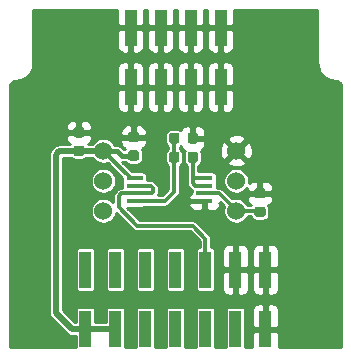
<source format=gbr>
G04 #@! TF.GenerationSoftware,KiCad,Pcbnew,5.1.12-84ad8e8a86~92~ubuntu20.04.1*
G04 #@! TF.CreationDate,2022-01-25T20:13:51-05:00*
G04 #@! TF.ProjectId,ABPDANT060MGAA5_sensor_module,41425044-414e-4543-9036-304d47414135,rev?*
G04 #@! TF.SameCoordinates,Original*
G04 #@! TF.FileFunction,Copper,L4,Bot*
G04 #@! TF.FilePolarity,Positive*
%FSLAX46Y46*%
G04 Gerber Fmt 4.6, Leading zero omitted, Abs format (unit mm)*
G04 Created by KiCad (PCBNEW 5.1.12-84ad8e8a86~92~ubuntu20.04.1) date 2022-01-25 20:13:51*
%MOMM*%
%LPD*%
G01*
G04 APERTURE LIST*
G04 #@! TA.AperFunction,ComponentPad*
%ADD10C,1.524000*%
G04 #@! TD*
G04 #@! TA.AperFunction,SMDPad,CuDef*
%ADD11R,1.000000X3.150000*%
G04 #@! TD*
G04 #@! TA.AperFunction,SMDPad,CuDef*
%ADD12R,1.450000X0.450000*%
G04 #@! TD*
G04 #@! TA.AperFunction,Conductor*
%ADD13C,0.300000*%
G04 #@! TD*
G04 #@! TA.AperFunction,Conductor*
%ADD14C,0.500000*%
G04 #@! TD*
G04 #@! TA.AperFunction,Conductor*
%ADD15C,0.400000*%
G04 #@! TD*
G04 #@! TA.AperFunction,Conductor*
%ADD16C,0.254000*%
G04 #@! TD*
G04 #@! TA.AperFunction,Conductor*
%ADD17C,0.100000*%
G04 #@! TD*
G04 APERTURE END LIST*
D10*
X118095000Y-42490000D03*
X118095000Y-45030000D03*
X118095000Y-47570000D03*
X106845000Y-47570000D03*
X106845000Y-45030000D03*
X106845000Y-42490000D03*
G04 #@! TA.AperFunction,SMDPad,CuDef*
G36*
G01*
X105021090Y-42941860D02*
X104508590Y-42941860D01*
G75*
G02*
X104289840Y-42723110I0J218750D01*
G01*
X104289840Y-42285610D01*
G75*
G02*
X104508590Y-42066860I218750J0D01*
G01*
X105021090Y-42066860D01*
G75*
G02*
X105239840Y-42285610I0J-218750D01*
G01*
X105239840Y-42723110D01*
G75*
G02*
X105021090Y-42941860I-218750J0D01*
G01*
G37*
G04 #@! TD.AperFunction*
G04 #@! TA.AperFunction,SMDPad,CuDef*
G36*
G01*
X105021090Y-41366860D02*
X104508590Y-41366860D01*
G75*
G02*
X104289840Y-41148110I0J218750D01*
G01*
X104289840Y-40710610D01*
G75*
G02*
X104508590Y-40491860I218750J0D01*
G01*
X105021090Y-40491860D01*
G75*
G02*
X105239840Y-40710610I0J-218750D01*
G01*
X105239840Y-41148110D01*
G75*
G02*
X105021090Y-41366860I-218750J0D01*
G01*
G37*
G04 #@! TD.AperFunction*
G04 #@! TA.AperFunction,SMDPad,CuDef*
G36*
G01*
X120357610Y-46525700D02*
X119845110Y-46525700D01*
G75*
G02*
X119626360Y-46306950I0J218750D01*
G01*
X119626360Y-45869450D01*
G75*
G02*
X119845110Y-45650700I218750J0D01*
G01*
X120357610Y-45650700D01*
G75*
G02*
X120576360Y-45869450I0J-218750D01*
G01*
X120576360Y-46306950D01*
G75*
G02*
X120357610Y-46525700I-218750J0D01*
G01*
G37*
G04 #@! TD.AperFunction*
G04 #@! TA.AperFunction,SMDPad,CuDef*
G36*
G01*
X120357610Y-48100700D02*
X119845110Y-48100700D01*
G75*
G02*
X119626360Y-47881950I0J218750D01*
G01*
X119626360Y-47444450D01*
G75*
G02*
X119845110Y-47225700I218750J0D01*
G01*
X120357610Y-47225700D01*
G75*
G02*
X120576360Y-47444450I0J-218750D01*
G01*
X120576360Y-47881950D01*
G75*
G02*
X120357610Y-48100700I-218750J0D01*
G01*
G37*
G04 #@! TD.AperFunction*
G04 #@! TA.AperFunction,SMDPad,CuDef*
G36*
G01*
X112396820Y-43286390D02*
X112396820Y-42773890D01*
G75*
G02*
X112615570Y-42555140I218750J0D01*
G01*
X113053070Y-42555140D01*
G75*
G02*
X113271820Y-42773890I0J-218750D01*
G01*
X113271820Y-43286390D01*
G75*
G02*
X113053070Y-43505140I-218750J0D01*
G01*
X112615570Y-43505140D01*
G75*
G02*
X112396820Y-43286390I0J218750D01*
G01*
G37*
G04 #@! TD.AperFunction*
G04 #@! TA.AperFunction,SMDPad,CuDef*
G36*
G01*
X113971820Y-43286390D02*
X113971820Y-42773890D01*
G75*
G02*
X114190570Y-42555140I218750J0D01*
G01*
X114628070Y-42555140D01*
G75*
G02*
X114846820Y-42773890I0J-218750D01*
G01*
X114846820Y-43286390D01*
G75*
G02*
X114628070Y-43505140I-218750J0D01*
G01*
X114190570Y-43505140D01*
G75*
G02*
X113971820Y-43286390I0J218750D01*
G01*
G37*
G04 #@! TD.AperFunction*
G04 #@! TA.AperFunction,SMDPad,CuDef*
G36*
G01*
X113971820Y-41676030D02*
X113971820Y-41163530D01*
G75*
G02*
X114190570Y-40944780I218750J0D01*
G01*
X114628070Y-40944780D01*
G75*
G02*
X114846820Y-41163530I0J-218750D01*
G01*
X114846820Y-41676030D01*
G75*
G02*
X114628070Y-41894780I-218750J0D01*
G01*
X114190570Y-41894780D01*
G75*
G02*
X113971820Y-41676030I0J218750D01*
G01*
G37*
G04 #@! TD.AperFunction*
G04 #@! TA.AperFunction,SMDPad,CuDef*
G36*
G01*
X112396820Y-41676030D02*
X112396820Y-41163530D01*
G75*
G02*
X112615570Y-40944780I218750J0D01*
G01*
X113053070Y-40944780D01*
G75*
G02*
X113271820Y-41163530I0J-218750D01*
G01*
X113271820Y-41676030D01*
G75*
G02*
X113053070Y-41894780I-218750J0D01*
G01*
X112615570Y-41894780D01*
G75*
G02*
X112396820Y-41676030I0J218750D01*
G01*
G37*
G04 #@! TD.AperFunction*
D11*
X105330000Y-52555000D03*
X105330000Y-57605000D03*
X107870000Y-52555000D03*
X107870000Y-57605000D03*
X110410000Y-52555000D03*
X110410000Y-57605000D03*
X112950000Y-52555000D03*
X112950000Y-57605000D03*
X115490000Y-52555000D03*
X115490000Y-57605000D03*
X118030000Y-52555000D03*
X118030000Y-57605000D03*
X120570000Y-52555000D03*
X120570000Y-57605000D03*
X116770000Y-37105000D03*
X116770000Y-32055000D03*
X114230000Y-37105000D03*
X114230000Y-32055000D03*
X111690000Y-37105000D03*
X111690000Y-32055000D03*
X109150000Y-37105000D03*
X109150000Y-32055000D03*
D12*
X115398340Y-44793260D03*
X115398340Y-45443260D03*
X115398340Y-46093260D03*
X115398340Y-46743260D03*
X109498340Y-46743260D03*
X109498340Y-46093260D03*
X109498340Y-45443260D03*
X109498340Y-44793260D03*
G04 #@! TA.AperFunction,SMDPad,CuDef*
G36*
G01*
X109651510Y-43340740D02*
X109139010Y-43340740D01*
G75*
G02*
X108920260Y-43121990I0J218750D01*
G01*
X108920260Y-42684490D01*
G75*
G02*
X109139010Y-42465740I218750J0D01*
G01*
X109651510Y-42465740D01*
G75*
G02*
X109870260Y-42684490I0J-218750D01*
G01*
X109870260Y-43121990D01*
G75*
G02*
X109651510Y-43340740I-218750J0D01*
G01*
G37*
G04 #@! TD.AperFunction*
G04 #@! TA.AperFunction,SMDPad,CuDef*
G36*
G01*
X109651510Y-41765740D02*
X109139010Y-41765740D01*
G75*
G02*
X108920260Y-41546990I0J218750D01*
G01*
X108920260Y-41109490D01*
G75*
G02*
X109139010Y-40890740I218750J0D01*
G01*
X109651510Y-40890740D01*
G75*
G02*
X109870260Y-41109490I0J-218750D01*
G01*
X109870260Y-41546990D01*
G75*
G02*
X109651510Y-41765740I-218750J0D01*
G01*
G37*
G04 #@! TD.AperFunction*
D13*
X120008160Y-47570000D02*
X120101360Y-47663200D01*
X118095000Y-47570000D02*
X120008160Y-47570000D01*
X115398340Y-46093260D02*
X116662080Y-46093260D01*
X118095000Y-47526180D02*
X118095000Y-47570000D01*
X116662080Y-46093260D02*
X118095000Y-47526180D01*
D14*
X107870000Y-57605000D02*
X105330000Y-57605000D01*
X105330000Y-57605000D02*
X104196220Y-57605000D01*
X104196220Y-57605000D02*
X102811580Y-56220360D01*
X102811580Y-56220360D02*
X102811580Y-42806620D01*
X102811580Y-42806620D02*
X103022400Y-42595800D01*
X104779200Y-42490000D02*
X104764840Y-42504360D01*
X106845000Y-42490000D02*
X104779200Y-42490000D01*
X103113840Y-42504360D02*
X102811580Y-42806620D01*
X104764840Y-42504360D02*
X103113840Y-42504360D01*
D13*
X109148260Y-44793260D02*
X106845000Y-42490000D01*
X109498340Y-44793260D02*
X109148260Y-44793260D01*
D15*
X109395260Y-42903240D02*
X108402220Y-42903240D01*
X107988980Y-42490000D02*
X106845000Y-42490000D01*
X108402220Y-42903240D02*
X107988980Y-42490000D01*
D13*
X109498340Y-45443260D02*
X110845720Y-45443260D01*
X110845720Y-45443260D02*
X111056420Y-45653960D01*
X111056420Y-45653960D02*
X111056420Y-46001940D01*
X110965100Y-46093260D02*
X109498340Y-46093260D01*
X111056420Y-46001940D02*
X110965100Y-46093260D01*
X109498340Y-46093260D02*
X108348900Y-46093260D01*
X108348900Y-46093260D02*
X108143040Y-46299120D01*
X108143040Y-46299120D02*
X108143040Y-47264320D01*
X108143040Y-47264320D02*
X109722920Y-48844200D01*
X109722920Y-48844200D02*
X114414300Y-48844200D01*
X115490000Y-49919900D02*
X115490000Y-52555000D01*
X114414300Y-48844200D02*
X115490000Y-49919900D01*
X112834320Y-41419780D02*
X112834320Y-43030140D01*
X109498340Y-46743260D02*
X112039760Y-46743260D01*
X112834320Y-45948700D02*
X112834320Y-43030140D01*
X112039760Y-46743260D02*
X112834320Y-45948700D01*
X115398340Y-44793260D02*
X114518800Y-44793260D01*
X114409320Y-44683780D02*
X114409320Y-43030140D01*
X114518800Y-44793260D02*
X114409320Y-44683780D01*
X115008540Y-45443260D02*
X115003340Y-45438060D01*
X115398340Y-45443260D02*
X115008540Y-45443260D01*
X115003340Y-45438060D02*
X114592100Y-45438060D01*
X114409320Y-45255280D02*
X114409320Y-44683780D01*
X114592100Y-45438060D02*
X114409320Y-45255280D01*
D16*
X108015000Y-31769250D02*
X108173750Y-31928000D01*
X109023000Y-31928000D01*
X109023000Y-31908000D01*
X109277000Y-31908000D01*
X109277000Y-31928000D01*
X110126250Y-31928000D01*
X110285000Y-31769250D01*
X110287889Y-30557000D01*
X110552111Y-30557000D01*
X110555000Y-31769250D01*
X110713750Y-31928000D01*
X111563000Y-31928000D01*
X111563000Y-31908000D01*
X111817000Y-31908000D01*
X111817000Y-31928000D01*
X112666250Y-31928000D01*
X112825000Y-31769250D01*
X112827889Y-30557000D01*
X113092111Y-30557000D01*
X113095000Y-31769250D01*
X113253750Y-31928000D01*
X114103000Y-31928000D01*
X114103000Y-31908000D01*
X114357000Y-31908000D01*
X114357000Y-31928000D01*
X115206250Y-31928000D01*
X115365000Y-31769250D01*
X115367889Y-30557000D01*
X115632111Y-30557000D01*
X115635000Y-31769250D01*
X115793750Y-31928000D01*
X116643000Y-31928000D01*
X116643000Y-31908000D01*
X116897000Y-31908000D01*
X116897000Y-31928000D01*
X117746250Y-31928000D01*
X117905000Y-31769250D01*
X117907889Y-30557000D01*
X124973000Y-30557000D01*
X124973001Y-35103423D01*
X124975030Y-35124025D01*
X124974987Y-35130214D01*
X124975637Y-35136842D01*
X124996038Y-35330939D01*
X125004734Y-35373303D01*
X125012832Y-35415755D01*
X125014756Y-35422126D01*
X125014757Y-35422132D01*
X125014759Y-35422138D01*
X125072469Y-35608568D01*
X125089220Y-35648418D01*
X125105417Y-35688508D01*
X125108542Y-35694384D01*
X125108544Y-35694389D01*
X125108547Y-35694393D01*
X125201369Y-35866065D01*
X125225564Y-35901936D01*
X125249218Y-35938084D01*
X125253420Y-35943236D01*
X125253426Y-35943244D01*
X125253433Y-35943251D01*
X125377832Y-36093623D01*
X125408498Y-36124076D01*
X125438756Y-36154975D01*
X125443882Y-36159214D01*
X125443888Y-36159220D01*
X125443895Y-36159224D01*
X125595130Y-36282569D01*
X125631133Y-36306489D01*
X125666812Y-36330920D01*
X125672666Y-36334084D01*
X125672670Y-36334087D01*
X125672674Y-36334089D01*
X125844993Y-36425712D01*
X125884972Y-36442190D01*
X125924700Y-36459218D01*
X125931056Y-36461185D01*
X125931063Y-36461188D01*
X125931070Y-36461189D01*
X126117898Y-36517597D01*
X126160337Y-36526000D01*
X126202595Y-36534983D01*
X126209212Y-36535677D01*
X126209220Y-36535679D01*
X126209228Y-36535679D01*
X126403452Y-36554723D01*
X126551139Y-36569204D01*
X126648432Y-36598579D01*
X126738159Y-36646287D01*
X126816911Y-36710517D01*
X126881690Y-36788820D01*
X126930026Y-36878216D01*
X126960077Y-36975296D01*
X126973000Y-37098248D01*
X126973001Y-59103000D01*
X121707889Y-59103000D01*
X121705000Y-57890750D01*
X121546250Y-57732000D01*
X120697000Y-57732000D01*
X120697000Y-57752000D01*
X120443000Y-57752000D01*
X120443000Y-57732000D01*
X119593750Y-57732000D01*
X119435000Y-57890750D01*
X119432111Y-59103000D01*
X118858582Y-59103000D01*
X118858582Y-56030000D01*
X119431928Y-56030000D01*
X119435000Y-57319250D01*
X119593750Y-57478000D01*
X120443000Y-57478000D01*
X120443000Y-55553750D01*
X120697000Y-55553750D01*
X120697000Y-57478000D01*
X121546250Y-57478000D01*
X121705000Y-57319250D01*
X121708072Y-56030000D01*
X121695812Y-55905518D01*
X121659502Y-55785820D01*
X121600537Y-55675506D01*
X121521185Y-55578815D01*
X121424494Y-55499463D01*
X121314180Y-55440498D01*
X121194482Y-55404188D01*
X121070000Y-55391928D01*
X120855750Y-55395000D01*
X120697000Y-55553750D01*
X120443000Y-55553750D01*
X120284250Y-55395000D01*
X120070000Y-55391928D01*
X119945518Y-55404188D01*
X119825820Y-55440498D01*
X119715506Y-55499463D01*
X119618815Y-55578815D01*
X119539463Y-55675506D01*
X119480498Y-55785820D01*
X119444188Y-55905518D01*
X119431928Y-56030000D01*
X118858582Y-56030000D01*
X118852268Y-55965897D01*
X118833570Y-55904257D01*
X118803206Y-55847450D01*
X118762343Y-55797657D01*
X118712550Y-55756794D01*
X118655743Y-55726430D01*
X118594103Y-55707732D01*
X118530000Y-55701418D01*
X117530000Y-55701418D01*
X117465897Y-55707732D01*
X117404257Y-55726430D01*
X117347450Y-55756794D01*
X117297657Y-55797657D01*
X117256794Y-55847450D01*
X117226430Y-55904257D01*
X117207732Y-55965897D01*
X117201418Y-56030000D01*
X117201418Y-59103000D01*
X116318582Y-59103000D01*
X116318582Y-56030000D01*
X116312268Y-55965897D01*
X116293570Y-55904257D01*
X116263206Y-55847450D01*
X116222343Y-55797657D01*
X116172550Y-55756794D01*
X116115743Y-55726430D01*
X116054103Y-55707732D01*
X115990000Y-55701418D01*
X114990000Y-55701418D01*
X114925897Y-55707732D01*
X114864257Y-55726430D01*
X114807450Y-55756794D01*
X114757657Y-55797657D01*
X114716794Y-55847450D01*
X114686430Y-55904257D01*
X114667732Y-55965897D01*
X114661418Y-56030000D01*
X114661418Y-59103000D01*
X113778582Y-59103000D01*
X113778582Y-56030000D01*
X113772268Y-55965897D01*
X113753570Y-55904257D01*
X113723206Y-55847450D01*
X113682343Y-55797657D01*
X113632550Y-55756794D01*
X113575743Y-55726430D01*
X113514103Y-55707732D01*
X113450000Y-55701418D01*
X112450000Y-55701418D01*
X112385897Y-55707732D01*
X112324257Y-55726430D01*
X112267450Y-55756794D01*
X112217657Y-55797657D01*
X112176794Y-55847450D01*
X112146430Y-55904257D01*
X112127732Y-55965897D01*
X112121418Y-56030000D01*
X112121418Y-59103000D01*
X111238582Y-59103000D01*
X111238582Y-56030000D01*
X111232268Y-55965897D01*
X111213570Y-55904257D01*
X111183206Y-55847450D01*
X111142343Y-55797657D01*
X111092550Y-55756794D01*
X111035743Y-55726430D01*
X110974103Y-55707732D01*
X110910000Y-55701418D01*
X109910000Y-55701418D01*
X109845897Y-55707732D01*
X109784257Y-55726430D01*
X109727450Y-55756794D01*
X109677657Y-55797657D01*
X109636794Y-55847450D01*
X109606430Y-55904257D01*
X109587732Y-55965897D01*
X109581418Y-56030000D01*
X109581418Y-59103000D01*
X108698582Y-59103000D01*
X108698582Y-56030000D01*
X108692268Y-55965897D01*
X108673570Y-55904257D01*
X108643206Y-55847450D01*
X108602343Y-55797657D01*
X108552550Y-55756794D01*
X108495743Y-55726430D01*
X108434103Y-55707732D01*
X108370000Y-55701418D01*
X107370000Y-55701418D01*
X107305897Y-55707732D01*
X107244257Y-55726430D01*
X107187450Y-55756794D01*
X107137657Y-55797657D01*
X107096794Y-55847450D01*
X107066430Y-55904257D01*
X107047732Y-55965897D01*
X107041418Y-56030000D01*
X107041418Y-57028000D01*
X106158582Y-57028000D01*
X106158582Y-56030000D01*
X106152268Y-55965897D01*
X106133570Y-55904257D01*
X106103206Y-55847450D01*
X106062343Y-55797657D01*
X106012550Y-55756794D01*
X105955743Y-55726430D01*
X105894103Y-55707732D01*
X105830000Y-55701418D01*
X104830000Y-55701418D01*
X104765897Y-55707732D01*
X104704257Y-55726430D01*
X104647450Y-55756794D01*
X104597657Y-55797657D01*
X104556794Y-55847450D01*
X104526430Y-55904257D01*
X104507732Y-55965897D01*
X104501418Y-56030000D01*
X104501418Y-57028000D01*
X104435221Y-57028000D01*
X103388580Y-55981359D01*
X103388580Y-50980000D01*
X104501418Y-50980000D01*
X104501418Y-54130000D01*
X104507732Y-54194103D01*
X104526430Y-54255743D01*
X104556794Y-54312550D01*
X104597657Y-54362343D01*
X104647450Y-54403206D01*
X104704257Y-54433570D01*
X104765897Y-54452268D01*
X104830000Y-54458582D01*
X105830000Y-54458582D01*
X105894103Y-54452268D01*
X105955743Y-54433570D01*
X106012550Y-54403206D01*
X106062343Y-54362343D01*
X106103206Y-54312550D01*
X106133570Y-54255743D01*
X106152268Y-54194103D01*
X106158582Y-54130000D01*
X106158582Y-50980000D01*
X107041418Y-50980000D01*
X107041418Y-54130000D01*
X107047732Y-54194103D01*
X107066430Y-54255743D01*
X107096794Y-54312550D01*
X107137657Y-54362343D01*
X107187450Y-54403206D01*
X107244257Y-54433570D01*
X107305897Y-54452268D01*
X107370000Y-54458582D01*
X108370000Y-54458582D01*
X108434103Y-54452268D01*
X108495743Y-54433570D01*
X108552550Y-54403206D01*
X108602343Y-54362343D01*
X108643206Y-54312550D01*
X108673570Y-54255743D01*
X108692268Y-54194103D01*
X108698582Y-54130000D01*
X108698582Y-50980000D01*
X109581418Y-50980000D01*
X109581418Y-54130000D01*
X109587732Y-54194103D01*
X109606430Y-54255743D01*
X109636794Y-54312550D01*
X109677657Y-54362343D01*
X109727450Y-54403206D01*
X109784257Y-54433570D01*
X109845897Y-54452268D01*
X109910000Y-54458582D01*
X110910000Y-54458582D01*
X110974103Y-54452268D01*
X111035743Y-54433570D01*
X111092550Y-54403206D01*
X111142343Y-54362343D01*
X111183206Y-54312550D01*
X111213570Y-54255743D01*
X111232268Y-54194103D01*
X111238582Y-54130000D01*
X111238582Y-50980000D01*
X112121418Y-50980000D01*
X112121418Y-54130000D01*
X112127732Y-54194103D01*
X112146430Y-54255743D01*
X112176794Y-54312550D01*
X112217657Y-54362343D01*
X112267450Y-54403206D01*
X112324257Y-54433570D01*
X112385897Y-54452268D01*
X112450000Y-54458582D01*
X113450000Y-54458582D01*
X113514103Y-54452268D01*
X113575743Y-54433570D01*
X113632550Y-54403206D01*
X113682343Y-54362343D01*
X113723206Y-54312550D01*
X113753570Y-54255743D01*
X113772268Y-54194103D01*
X113778582Y-54130000D01*
X113778582Y-50980000D01*
X113772268Y-50915897D01*
X113753570Y-50854257D01*
X113723206Y-50797450D01*
X113682343Y-50747657D01*
X113632550Y-50706794D01*
X113575743Y-50676430D01*
X113514103Y-50657732D01*
X113450000Y-50651418D01*
X112450000Y-50651418D01*
X112385897Y-50657732D01*
X112324257Y-50676430D01*
X112267450Y-50706794D01*
X112217657Y-50747657D01*
X112176794Y-50797450D01*
X112146430Y-50854257D01*
X112127732Y-50915897D01*
X112121418Y-50980000D01*
X111238582Y-50980000D01*
X111232268Y-50915897D01*
X111213570Y-50854257D01*
X111183206Y-50797450D01*
X111142343Y-50747657D01*
X111092550Y-50706794D01*
X111035743Y-50676430D01*
X110974103Y-50657732D01*
X110910000Y-50651418D01*
X109910000Y-50651418D01*
X109845897Y-50657732D01*
X109784257Y-50676430D01*
X109727450Y-50706794D01*
X109677657Y-50747657D01*
X109636794Y-50797450D01*
X109606430Y-50854257D01*
X109587732Y-50915897D01*
X109581418Y-50980000D01*
X108698582Y-50980000D01*
X108692268Y-50915897D01*
X108673570Y-50854257D01*
X108643206Y-50797450D01*
X108602343Y-50747657D01*
X108552550Y-50706794D01*
X108495743Y-50676430D01*
X108434103Y-50657732D01*
X108370000Y-50651418D01*
X107370000Y-50651418D01*
X107305897Y-50657732D01*
X107244257Y-50676430D01*
X107187450Y-50706794D01*
X107137657Y-50747657D01*
X107096794Y-50797450D01*
X107066430Y-50854257D01*
X107047732Y-50915897D01*
X107041418Y-50980000D01*
X106158582Y-50980000D01*
X106152268Y-50915897D01*
X106133570Y-50854257D01*
X106103206Y-50797450D01*
X106062343Y-50747657D01*
X106012550Y-50706794D01*
X105955743Y-50676430D01*
X105894103Y-50657732D01*
X105830000Y-50651418D01*
X104830000Y-50651418D01*
X104765897Y-50657732D01*
X104704257Y-50676430D01*
X104647450Y-50706794D01*
X104597657Y-50747657D01*
X104556794Y-50797450D01*
X104526430Y-50854257D01*
X104507732Y-50915897D01*
X104501418Y-50980000D01*
X103388580Y-50980000D01*
X103388580Y-44922743D01*
X105756000Y-44922743D01*
X105756000Y-45137257D01*
X105797850Y-45347650D01*
X105879941Y-45545835D01*
X105999119Y-45724197D01*
X106150803Y-45875881D01*
X106329165Y-45995059D01*
X106527350Y-46077150D01*
X106737743Y-46119000D01*
X106952257Y-46119000D01*
X107162650Y-46077150D01*
X107360835Y-45995059D01*
X107539197Y-45875881D01*
X107690881Y-45724197D01*
X107810059Y-45545835D01*
X107892150Y-45347650D01*
X107934000Y-45137257D01*
X107934000Y-44922743D01*
X107892150Y-44712350D01*
X107810059Y-44514165D01*
X107690881Y-44335803D01*
X107539197Y-44184119D01*
X107360835Y-44064941D01*
X107162650Y-43982850D01*
X106952257Y-43941000D01*
X106737743Y-43941000D01*
X106527350Y-43982850D01*
X106329165Y-44064941D01*
X106150803Y-44184119D01*
X105999119Y-44335803D01*
X105879941Y-44514165D01*
X105797850Y-44712350D01*
X105756000Y-44922743D01*
X103388580Y-44922743D01*
X103388580Y-43081360D01*
X104097955Y-43081360D01*
X104121568Y-43110132D01*
X104204509Y-43178200D01*
X104299135Y-43228779D01*
X104401811Y-43259925D01*
X104508590Y-43270442D01*
X105021090Y-43270442D01*
X105127869Y-43259925D01*
X105230545Y-43228779D01*
X105325171Y-43178200D01*
X105408112Y-43110132D01*
X105443510Y-43067000D01*
X105920810Y-43067000D01*
X105999119Y-43184197D01*
X106150803Y-43335881D01*
X106329165Y-43455059D01*
X106527350Y-43537150D01*
X106737743Y-43579000D01*
X106952257Y-43579000D01*
X107162650Y-43537150D01*
X107201485Y-43521064D01*
X108444758Y-44764338D01*
X108444758Y-45018260D01*
X108451072Y-45082363D01*
X108461961Y-45118260D01*
X108451072Y-45154157D01*
X108444758Y-45218260D01*
X108444758Y-45616260D01*
X108372314Y-45616260D01*
X108348899Y-45613954D01*
X108325484Y-45616260D01*
X108325477Y-45616260D01*
X108255392Y-45623163D01*
X108165477Y-45650438D01*
X108082611Y-45694731D01*
X108009979Y-45754339D01*
X107995045Y-45772536D01*
X107822316Y-45945265D01*
X107804119Y-45960199D01*
X107744511Y-46032831D01*
X107700218Y-46115698D01*
X107672943Y-46205613D01*
X107666040Y-46275698D01*
X107666040Y-46275705D01*
X107663734Y-46299120D01*
X107666040Y-46322535D01*
X107666041Y-46850963D01*
X107539197Y-46724119D01*
X107360835Y-46604941D01*
X107162650Y-46522850D01*
X106952257Y-46481000D01*
X106737743Y-46481000D01*
X106527350Y-46522850D01*
X106329165Y-46604941D01*
X106150803Y-46724119D01*
X105999119Y-46875803D01*
X105879941Y-47054165D01*
X105797850Y-47252350D01*
X105756000Y-47462743D01*
X105756000Y-47677257D01*
X105797850Y-47887650D01*
X105879941Y-48085835D01*
X105999119Y-48264197D01*
X106150803Y-48415881D01*
X106329165Y-48535059D01*
X106527350Y-48617150D01*
X106737743Y-48659000D01*
X106952257Y-48659000D01*
X107162650Y-48617150D01*
X107360835Y-48535059D01*
X107539197Y-48415881D01*
X107690881Y-48264197D01*
X107810059Y-48085835D01*
X107892150Y-47887650D01*
X107925273Y-47721132D01*
X109369067Y-49164927D01*
X109383999Y-49183121D01*
X109456631Y-49242729D01*
X109539497Y-49287022D01*
X109629412Y-49314297D01*
X109699497Y-49321200D01*
X109699505Y-49321200D01*
X109722920Y-49323506D01*
X109746335Y-49321200D01*
X114216721Y-49321200D01*
X115013000Y-50117480D01*
X115013000Y-50651418D01*
X114990000Y-50651418D01*
X114925897Y-50657732D01*
X114864257Y-50676430D01*
X114807450Y-50706794D01*
X114757657Y-50747657D01*
X114716794Y-50797450D01*
X114686430Y-50854257D01*
X114667732Y-50915897D01*
X114661418Y-50980000D01*
X114661418Y-54130000D01*
X114667732Y-54194103D01*
X114686430Y-54255743D01*
X114716794Y-54312550D01*
X114757657Y-54362343D01*
X114807450Y-54403206D01*
X114864257Y-54433570D01*
X114925897Y-54452268D01*
X114990000Y-54458582D01*
X115990000Y-54458582D01*
X116054103Y-54452268D01*
X116115743Y-54433570D01*
X116172550Y-54403206D01*
X116222343Y-54362343D01*
X116263206Y-54312550D01*
X116293570Y-54255743D01*
X116312268Y-54194103D01*
X116318582Y-54130000D01*
X116891928Y-54130000D01*
X116904188Y-54254482D01*
X116940498Y-54374180D01*
X116999463Y-54484494D01*
X117078815Y-54581185D01*
X117175506Y-54660537D01*
X117285820Y-54719502D01*
X117405518Y-54755812D01*
X117530000Y-54768072D01*
X117744250Y-54765000D01*
X117903000Y-54606250D01*
X117903000Y-52682000D01*
X118157000Y-52682000D01*
X118157000Y-54606250D01*
X118315750Y-54765000D01*
X118530000Y-54768072D01*
X118654482Y-54755812D01*
X118774180Y-54719502D01*
X118884494Y-54660537D01*
X118981185Y-54581185D01*
X119060537Y-54484494D01*
X119119502Y-54374180D01*
X119155812Y-54254482D01*
X119168072Y-54130000D01*
X119431928Y-54130000D01*
X119444188Y-54254482D01*
X119480498Y-54374180D01*
X119539463Y-54484494D01*
X119618815Y-54581185D01*
X119715506Y-54660537D01*
X119825820Y-54719502D01*
X119945518Y-54755812D01*
X120070000Y-54768072D01*
X120284250Y-54765000D01*
X120443000Y-54606250D01*
X120443000Y-52682000D01*
X120697000Y-52682000D01*
X120697000Y-54606250D01*
X120855750Y-54765000D01*
X121070000Y-54768072D01*
X121194482Y-54755812D01*
X121314180Y-54719502D01*
X121424494Y-54660537D01*
X121521185Y-54581185D01*
X121600537Y-54484494D01*
X121659502Y-54374180D01*
X121695812Y-54254482D01*
X121708072Y-54130000D01*
X121705000Y-52840750D01*
X121546250Y-52682000D01*
X120697000Y-52682000D01*
X120443000Y-52682000D01*
X119593750Y-52682000D01*
X119435000Y-52840750D01*
X119431928Y-54130000D01*
X119168072Y-54130000D01*
X119165000Y-52840750D01*
X119006250Y-52682000D01*
X118157000Y-52682000D01*
X117903000Y-52682000D01*
X117053750Y-52682000D01*
X116895000Y-52840750D01*
X116891928Y-54130000D01*
X116318582Y-54130000D01*
X116318582Y-50980000D01*
X116891928Y-50980000D01*
X116895000Y-52269250D01*
X117053750Y-52428000D01*
X117903000Y-52428000D01*
X117903000Y-50503750D01*
X118157000Y-50503750D01*
X118157000Y-52428000D01*
X119006250Y-52428000D01*
X119165000Y-52269250D01*
X119168072Y-50980000D01*
X119431928Y-50980000D01*
X119435000Y-52269250D01*
X119593750Y-52428000D01*
X120443000Y-52428000D01*
X120443000Y-50503750D01*
X120697000Y-50503750D01*
X120697000Y-52428000D01*
X121546250Y-52428000D01*
X121705000Y-52269250D01*
X121708072Y-50980000D01*
X121695812Y-50855518D01*
X121659502Y-50735820D01*
X121600537Y-50625506D01*
X121521185Y-50528815D01*
X121424494Y-50449463D01*
X121314180Y-50390498D01*
X121194482Y-50354188D01*
X121070000Y-50341928D01*
X120855750Y-50345000D01*
X120697000Y-50503750D01*
X120443000Y-50503750D01*
X120284250Y-50345000D01*
X120070000Y-50341928D01*
X119945518Y-50354188D01*
X119825820Y-50390498D01*
X119715506Y-50449463D01*
X119618815Y-50528815D01*
X119539463Y-50625506D01*
X119480498Y-50735820D01*
X119444188Y-50855518D01*
X119431928Y-50980000D01*
X119168072Y-50980000D01*
X119155812Y-50855518D01*
X119119502Y-50735820D01*
X119060537Y-50625506D01*
X118981185Y-50528815D01*
X118884494Y-50449463D01*
X118774180Y-50390498D01*
X118654482Y-50354188D01*
X118530000Y-50341928D01*
X118315750Y-50345000D01*
X118157000Y-50503750D01*
X117903000Y-50503750D01*
X117744250Y-50345000D01*
X117530000Y-50341928D01*
X117405518Y-50354188D01*
X117285820Y-50390498D01*
X117175506Y-50449463D01*
X117078815Y-50528815D01*
X116999463Y-50625506D01*
X116940498Y-50735820D01*
X116904188Y-50855518D01*
X116891928Y-50980000D01*
X116318582Y-50980000D01*
X116312268Y-50915897D01*
X116293570Y-50854257D01*
X116263206Y-50797450D01*
X116222343Y-50747657D01*
X116172550Y-50706794D01*
X116115743Y-50676430D01*
X116054103Y-50657732D01*
X115990000Y-50651418D01*
X115967000Y-50651418D01*
X115967000Y-49943323D01*
X115969307Y-49919900D01*
X115960097Y-49826392D01*
X115932822Y-49736477D01*
X115888529Y-49653611D01*
X115843852Y-49599172D01*
X115843850Y-49599170D01*
X115828921Y-49580979D01*
X115810729Y-49566049D01*
X114768155Y-48523476D01*
X114753221Y-48505279D01*
X114680589Y-48445671D01*
X114597723Y-48401378D01*
X114507808Y-48374103D01*
X114437723Y-48367200D01*
X114437715Y-48367200D01*
X114414300Y-48364894D01*
X114390885Y-48367200D01*
X109920500Y-48367200D01*
X108850141Y-47296842D01*
X110223340Y-47296842D01*
X110287443Y-47290528D01*
X110349083Y-47271830D01*
X110405890Y-47241466D01*
X110431730Y-47220260D01*
X112016345Y-47220260D01*
X112039760Y-47222566D01*
X112063175Y-47220260D01*
X112063183Y-47220260D01*
X112133268Y-47213357D01*
X112223183Y-47186082D01*
X112306049Y-47141789D01*
X112378681Y-47082181D01*
X112393615Y-47063984D01*
X112457589Y-47000010D01*
X114038340Y-47000010D01*
X114049496Y-47102256D01*
X114087625Y-47221387D01*
X114148262Y-47330791D01*
X114229077Y-47426263D01*
X114326965Y-47504134D01*
X114438165Y-47561411D01*
X114558401Y-47595894D01*
X114683055Y-47606258D01*
X115112590Y-47603260D01*
X115271340Y-47444510D01*
X115271340Y-46841260D01*
X114197090Y-46841260D01*
X114038340Y-47000010D01*
X112457589Y-47000010D01*
X113155049Y-46302551D01*
X113173241Y-46287621D01*
X113232849Y-46214989D01*
X113277142Y-46132123D01*
X113304417Y-46042208D01*
X113311320Y-45972123D01*
X113311320Y-45972122D01*
X113313627Y-45948700D01*
X113311320Y-45925277D01*
X113311320Y-43765977D01*
X113357151Y-43741480D01*
X113440092Y-43673412D01*
X113508160Y-43590471D01*
X113558739Y-43495845D01*
X113589885Y-43393169D01*
X113600402Y-43286390D01*
X113600402Y-42773890D01*
X113589885Y-42667111D01*
X113558739Y-42564435D01*
X113508160Y-42469809D01*
X113440092Y-42386868D01*
X113357151Y-42318800D01*
X113311320Y-42294303D01*
X113311320Y-42155617D01*
X113357151Y-42131120D01*
X113375397Y-42116146D01*
X113382318Y-42138960D01*
X113441283Y-42249274D01*
X113520635Y-42345965D01*
X113617326Y-42425317D01*
X113727640Y-42484282D01*
X113727729Y-42484309D01*
X113684901Y-42564435D01*
X113653755Y-42667111D01*
X113643238Y-42773890D01*
X113643238Y-43286390D01*
X113653755Y-43393169D01*
X113684901Y-43495845D01*
X113735480Y-43590471D01*
X113803548Y-43673412D01*
X113886489Y-43741480D01*
X113932321Y-43765978D01*
X113932320Y-44660365D01*
X113930014Y-44683780D01*
X113932320Y-44707195D01*
X113932320Y-44707202D01*
X113932321Y-44707211D01*
X113932320Y-45231864D01*
X113930014Y-45255280D01*
X113932320Y-45278695D01*
X113932320Y-45278702D01*
X113939223Y-45348787D01*
X113966498Y-45438702D01*
X114010791Y-45521569D01*
X114070399Y-45594201D01*
X114088596Y-45609135D01*
X114238245Y-45758784D01*
X114253179Y-45776981D01*
X114325811Y-45836589D01*
X114346774Y-45847794D01*
X114344758Y-45868260D01*
X114344758Y-45973221D01*
X114326965Y-45982386D01*
X114229077Y-46060257D01*
X114148262Y-46155729D01*
X114087625Y-46265133D01*
X114049496Y-46384264D01*
X114038340Y-46486510D01*
X114197090Y-46645260D01*
X114657279Y-46645260D01*
X114673340Y-46646842D01*
X115545340Y-46646842D01*
X115545340Y-46841260D01*
X115525340Y-46841260D01*
X115525340Y-47444510D01*
X115684090Y-47603260D01*
X116113625Y-47606258D01*
X116238279Y-47595894D01*
X116358515Y-47561411D01*
X116469715Y-47504134D01*
X116567603Y-47426263D01*
X116648418Y-47330791D01*
X116709055Y-47221387D01*
X116747184Y-47102256D01*
X116758340Y-47000010D01*
X116628592Y-46870262D01*
X116758340Y-46870262D01*
X116758340Y-46864099D01*
X117076770Y-47182530D01*
X117047850Y-47252350D01*
X117006000Y-47462743D01*
X117006000Y-47677257D01*
X117047850Y-47887650D01*
X117129941Y-48085835D01*
X117249119Y-48264197D01*
X117400803Y-48415881D01*
X117579165Y-48535059D01*
X117777350Y-48617150D01*
X117987743Y-48659000D01*
X118202257Y-48659000D01*
X118412650Y-48617150D01*
X118610835Y-48535059D01*
X118789197Y-48415881D01*
X118940881Y-48264197D01*
X119060059Y-48085835D01*
X119076145Y-48047000D01*
X119325971Y-48047000D01*
X119339441Y-48091405D01*
X119390020Y-48186031D01*
X119458088Y-48268972D01*
X119541029Y-48337040D01*
X119635655Y-48387619D01*
X119738331Y-48418765D01*
X119845110Y-48429282D01*
X120357610Y-48429282D01*
X120464389Y-48418765D01*
X120567065Y-48387619D01*
X120661691Y-48337040D01*
X120744632Y-48268972D01*
X120812700Y-48186031D01*
X120863279Y-48091405D01*
X120894425Y-47988729D01*
X120904942Y-47881950D01*
X120904942Y-47444450D01*
X120894425Y-47337671D01*
X120863279Y-47234995D01*
X120812700Y-47140369D01*
X120797726Y-47122123D01*
X120820540Y-47115202D01*
X120930854Y-47056237D01*
X121027545Y-46976885D01*
X121106897Y-46880194D01*
X121165862Y-46769880D01*
X121202172Y-46650182D01*
X121214432Y-46525700D01*
X121211360Y-46373950D01*
X121052610Y-46215200D01*
X120228360Y-46215200D01*
X120228360Y-46235200D01*
X119974360Y-46235200D01*
X119974360Y-46215200D01*
X119150110Y-46215200D01*
X118991360Y-46373950D01*
X118988288Y-46525700D01*
X119000548Y-46650182D01*
X119036858Y-46769880D01*
X119095823Y-46880194D01*
X119175175Y-46976885D01*
X119271866Y-47056237D01*
X119340644Y-47093000D01*
X119076145Y-47093000D01*
X119060059Y-47054165D01*
X118940881Y-46875803D01*
X118789197Y-46724119D01*
X118610835Y-46604941D01*
X118412650Y-46522850D01*
X118202257Y-46481000D01*
X117987743Y-46481000D01*
X117777350Y-46522850D01*
X117769501Y-46526101D01*
X117015935Y-45772536D01*
X117001001Y-45754339D01*
X116928369Y-45694731D01*
X116845503Y-45650438D01*
X116755588Y-45623163D01*
X116685503Y-45616260D01*
X116685495Y-45616260D01*
X116662080Y-45613954D01*
X116638665Y-45616260D01*
X116451922Y-45616260D01*
X116451922Y-45218260D01*
X116445608Y-45154157D01*
X116434719Y-45118260D01*
X116445608Y-45082363D01*
X116451922Y-45018260D01*
X116451922Y-44922743D01*
X117006000Y-44922743D01*
X117006000Y-45137257D01*
X117047850Y-45347650D01*
X117129941Y-45545835D01*
X117249119Y-45724197D01*
X117400803Y-45875881D01*
X117579165Y-45995059D01*
X117777350Y-46077150D01*
X117987743Y-46119000D01*
X118202257Y-46119000D01*
X118412650Y-46077150D01*
X118610835Y-45995059D01*
X118789197Y-45875881D01*
X118940881Y-45724197D01*
X118988338Y-45653173D01*
X118991360Y-45802450D01*
X119150110Y-45961200D01*
X119974360Y-45961200D01*
X119974360Y-45174450D01*
X120228360Y-45174450D01*
X120228360Y-45961200D01*
X121052610Y-45961200D01*
X121211360Y-45802450D01*
X121214432Y-45650700D01*
X121202172Y-45526218D01*
X121165862Y-45406520D01*
X121106897Y-45296206D01*
X121027545Y-45199515D01*
X120930854Y-45120163D01*
X120820540Y-45061198D01*
X120700842Y-45024888D01*
X120576360Y-45012628D01*
X120387110Y-45015700D01*
X120228360Y-45174450D01*
X119974360Y-45174450D01*
X119815610Y-45015700D01*
X119626360Y-45012628D01*
X119501878Y-45024888D01*
X119382180Y-45061198D01*
X119271866Y-45120163D01*
X119175175Y-45199515D01*
X119170477Y-45205239D01*
X119184000Y-45137257D01*
X119184000Y-44922743D01*
X119142150Y-44712350D01*
X119060059Y-44514165D01*
X118940881Y-44335803D01*
X118789197Y-44184119D01*
X118610835Y-44064941D01*
X118412650Y-43982850D01*
X118202257Y-43941000D01*
X117987743Y-43941000D01*
X117777350Y-43982850D01*
X117579165Y-44064941D01*
X117400803Y-44184119D01*
X117249119Y-44335803D01*
X117129941Y-44514165D01*
X117047850Y-44712350D01*
X117006000Y-44922743D01*
X116451922Y-44922743D01*
X116451922Y-44568260D01*
X116445608Y-44504157D01*
X116426910Y-44442517D01*
X116396546Y-44385710D01*
X116355683Y-44335917D01*
X116305890Y-44295054D01*
X116249083Y-44264690D01*
X116187443Y-44245992D01*
X116123340Y-44239678D01*
X114886320Y-44239678D01*
X114886320Y-43765977D01*
X114932151Y-43741480D01*
X115015092Y-43673412D01*
X115083160Y-43590471D01*
X115133739Y-43495845D01*
X115145957Y-43455565D01*
X117309040Y-43455565D01*
X117376020Y-43695656D01*
X117625048Y-43812756D01*
X117892135Y-43879023D01*
X118167017Y-43891910D01*
X118439133Y-43850922D01*
X118698023Y-43757636D01*
X118813980Y-43695656D01*
X118880960Y-43455565D01*
X118095000Y-42669605D01*
X117309040Y-43455565D01*
X115145957Y-43455565D01*
X115164885Y-43393169D01*
X115175402Y-43286390D01*
X115175402Y-42773890D01*
X115164885Y-42667111D01*
X115133739Y-42564435D01*
X115132447Y-42562017D01*
X116693090Y-42562017D01*
X116734078Y-42834133D01*
X116827364Y-43093023D01*
X116889344Y-43208980D01*
X117129435Y-43275960D01*
X117915395Y-42490000D01*
X118274605Y-42490000D01*
X119060565Y-43275960D01*
X119300656Y-43208980D01*
X119417756Y-42959952D01*
X119484023Y-42692865D01*
X119496910Y-42417983D01*
X119455922Y-42145867D01*
X119362636Y-41886977D01*
X119300656Y-41771020D01*
X119060565Y-41704040D01*
X118274605Y-42490000D01*
X117915395Y-42490000D01*
X117129435Y-41704040D01*
X116889344Y-41771020D01*
X116772244Y-42020048D01*
X116705977Y-42287135D01*
X116693090Y-42562017D01*
X115132447Y-42562017D01*
X115090911Y-42484309D01*
X115091000Y-42484282D01*
X115201314Y-42425317D01*
X115298005Y-42345965D01*
X115377357Y-42249274D01*
X115436322Y-42138960D01*
X115472632Y-42019262D01*
X115484892Y-41894780D01*
X115481820Y-41705530D01*
X115323070Y-41546780D01*
X114536320Y-41546780D01*
X114536320Y-41566780D01*
X114282320Y-41566780D01*
X114282320Y-41546780D01*
X114262320Y-41546780D01*
X114262320Y-41524435D01*
X117309040Y-41524435D01*
X118095000Y-42310395D01*
X118880960Y-41524435D01*
X118813980Y-41284344D01*
X118564952Y-41167244D01*
X118297865Y-41100977D01*
X118022983Y-41088090D01*
X117750867Y-41129078D01*
X117491977Y-41222364D01*
X117376020Y-41284344D01*
X117309040Y-41524435D01*
X114262320Y-41524435D01*
X114262320Y-41292780D01*
X114282320Y-41292780D01*
X114282320Y-40468530D01*
X114536320Y-40468530D01*
X114536320Y-41292780D01*
X115323070Y-41292780D01*
X115481820Y-41134030D01*
X115484892Y-40944780D01*
X115472632Y-40820298D01*
X115436322Y-40700600D01*
X115377357Y-40590286D01*
X115298005Y-40493595D01*
X115201314Y-40414243D01*
X115091000Y-40355278D01*
X114971302Y-40318968D01*
X114846820Y-40306708D01*
X114695070Y-40309780D01*
X114536320Y-40468530D01*
X114282320Y-40468530D01*
X114123570Y-40309780D01*
X113971820Y-40306708D01*
X113847338Y-40318968D01*
X113727640Y-40355278D01*
X113617326Y-40414243D01*
X113520635Y-40493595D01*
X113441283Y-40590286D01*
X113382318Y-40700600D01*
X113375397Y-40723414D01*
X113357151Y-40708440D01*
X113262525Y-40657861D01*
X113159849Y-40626715D01*
X113053070Y-40616198D01*
X112615570Y-40616198D01*
X112508791Y-40626715D01*
X112406115Y-40657861D01*
X112311489Y-40708440D01*
X112228548Y-40776508D01*
X112160480Y-40859449D01*
X112109901Y-40954075D01*
X112078755Y-41056751D01*
X112068238Y-41163530D01*
X112068238Y-41676030D01*
X112078755Y-41782809D01*
X112109901Y-41885485D01*
X112160480Y-41980111D01*
X112228548Y-42063052D01*
X112311489Y-42131120D01*
X112357320Y-42155618D01*
X112357321Y-42294302D01*
X112311489Y-42318800D01*
X112228548Y-42386868D01*
X112160480Y-42469809D01*
X112109901Y-42564435D01*
X112078755Y-42667111D01*
X112068238Y-42773890D01*
X112068238Y-43286390D01*
X112078755Y-43393169D01*
X112109901Y-43495845D01*
X112160480Y-43590471D01*
X112228548Y-43673412D01*
X112311489Y-43741480D01*
X112357321Y-43765978D01*
X112357320Y-45751120D01*
X111842181Y-46266260D01*
X111456001Y-46266260D01*
X111499242Y-46185363D01*
X111526517Y-46095448D01*
X111533420Y-46025362D01*
X111533420Y-46025355D01*
X111535726Y-46001940D01*
X111533420Y-45978525D01*
X111533420Y-45677375D01*
X111535726Y-45653960D01*
X111533420Y-45630545D01*
X111533420Y-45630537D01*
X111526517Y-45560452D01*
X111499242Y-45470537D01*
X111454949Y-45387671D01*
X111395341Y-45315039D01*
X111377144Y-45300105D01*
X111199575Y-45122536D01*
X111184641Y-45104339D01*
X111112009Y-45044731D01*
X111029143Y-45000438D01*
X110939228Y-44973163D01*
X110869143Y-44966260D01*
X110869135Y-44966260D01*
X110845720Y-44963954D01*
X110822305Y-44966260D01*
X110551922Y-44966260D01*
X110551922Y-44568260D01*
X110545608Y-44504157D01*
X110526910Y-44442517D01*
X110496546Y-44385710D01*
X110455683Y-44335917D01*
X110405890Y-44295054D01*
X110349083Y-44264690D01*
X110287443Y-44245992D01*
X110223340Y-44239678D01*
X109269258Y-44239678D01*
X108459820Y-43430240D01*
X108687341Y-43430240D01*
X108751988Y-43509012D01*
X108834929Y-43577080D01*
X108929555Y-43627659D01*
X109032231Y-43658805D01*
X109139010Y-43669322D01*
X109651510Y-43669322D01*
X109758289Y-43658805D01*
X109860965Y-43627659D01*
X109955591Y-43577080D01*
X110038532Y-43509012D01*
X110106600Y-43426071D01*
X110157179Y-43331445D01*
X110188325Y-43228769D01*
X110198842Y-43121990D01*
X110198842Y-42684490D01*
X110188325Y-42577711D01*
X110157179Y-42475035D01*
X110106600Y-42380409D01*
X110091626Y-42362163D01*
X110114440Y-42355242D01*
X110224754Y-42296277D01*
X110321445Y-42216925D01*
X110400797Y-42120234D01*
X110459762Y-42009920D01*
X110496072Y-41890222D01*
X110508332Y-41765740D01*
X110505260Y-41613990D01*
X110346510Y-41455240D01*
X109522260Y-41455240D01*
X109522260Y-41475240D01*
X109268260Y-41475240D01*
X109268260Y-41455240D01*
X108444010Y-41455240D01*
X108285260Y-41613990D01*
X108282188Y-41765740D01*
X108294448Y-41890222D01*
X108330758Y-42009920D01*
X108389723Y-42120234D01*
X108469075Y-42216925D01*
X108565766Y-42296277D01*
X108676080Y-42355242D01*
X108698894Y-42362163D01*
X108687341Y-42376240D01*
X108620510Y-42376240D01*
X108379935Y-42135666D01*
X108363428Y-42115552D01*
X108283182Y-42049696D01*
X108191630Y-42000761D01*
X108092290Y-41970626D01*
X108014861Y-41963000D01*
X107988980Y-41960451D01*
X107963099Y-41963000D01*
X107802599Y-41963000D01*
X107690881Y-41795803D01*
X107539197Y-41644119D01*
X107360835Y-41524941D01*
X107162650Y-41442850D01*
X106952257Y-41401000D01*
X106737743Y-41401000D01*
X106527350Y-41442850D01*
X106329165Y-41524941D01*
X106150803Y-41644119D01*
X105999119Y-41795803D01*
X105920810Y-41913000D01*
X105565143Y-41913000D01*
X105594334Y-41897397D01*
X105691025Y-41818045D01*
X105770377Y-41721354D01*
X105829342Y-41611040D01*
X105865652Y-41491342D01*
X105877912Y-41366860D01*
X105874840Y-41215110D01*
X105716090Y-41056360D01*
X104891840Y-41056360D01*
X104891840Y-41076360D01*
X104637840Y-41076360D01*
X104637840Y-41056360D01*
X103813590Y-41056360D01*
X103654840Y-41215110D01*
X103651768Y-41366860D01*
X103664028Y-41491342D01*
X103700338Y-41611040D01*
X103759303Y-41721354D01*
X103838655Y-41818045D01*
X103935346Y-41897397D01*
X103991402Y-41927360D01*
X103142168Y-41927360D01*
X103113839Y-41924570D01*
X103085510Y-41927360D01*
X103085504Y-41927360D01*
X103000728Y-41935710D01*
X102891964Y-41968703D01*
X102791725Y-42022281D01*
X102703866Y-42094386D01*
X102685803Y-42116396D01*
X102423614Y-42378585D01*
X102401607Y-42396646D01*
X102383546Y-42418653D01*
X102383543Y-42418656D01*
X102378077Y-42425317D01*
X102329502Y-42484505D01*
X102294050Y-42550833D01*
X102275924Y-42584744D01*
X102242929Y-42693509D01*
X102231790Y-42806620D01*
X102234581Y-42834961D01*
X102234580Y-56192029D01*
X102231790Y-56220360D01*
X102242929Y-56333471D01*
X102262376Y-56397577D01*
X102275923Y-56442235D01*
X102329501Y-56542474D01*
X102401606Y-56630334D01*
X102423618Y-56648399D01*
X103768181Y-57992962D01*
X103786246Y-58014974D01*
X103874105Y-58087079D01*
X103974344Y-58140657D01*
X104019002Y-58154204D01*
X104083108Y-58173651D01*
X104196220Y-58184791D01*
X104224559Y-58182000D01*
X104501418Y-58182000D01*
X104501418Y-59103000D01*
X98927000Y-59103000D01*
X98927000Y-40890740D01*
X108282188Y-40890740D01*
X108285260Y-41042490D01*
X108444010Y-41201240D01*
X109268260Y-41201240D01*
X109268260Y-40414490D01*
X109522260Y-40414490D01*
X109522260Y-41201240D01*
X110346510Y-41201240D01*
X110505260Y-41042490D01*
X110508332Y-40890740D01*
X110496072Y-40766258D01*
X110459762Y-40646560D01*
X110400797Y-40536246D01*
X110321445Y-40439555D01*
X110224754Y-40360203D01*
X110114440Y-40301238D01*
X109994742Y-40264928D01*
X109870260Y-40252668D01*
X109681010Y-40255740D01*
X109522260Y-40414490D01*
X109268260Y-40414490D01*
X109109510Y-40255740D01*
X108920260Y-40252668D01*
X108795778Y-40264928D01*
X108676080Y-40301238D01*
X108565766Y-40360203D01*
X108469075Y-40439555D01*
X108389723Y-40536246D01*
X108330758Y-40646560D01*
X108294448Y-40766258D01*
X108282188Y-40890740D01*
X98927000Y-40890740D01*
X98927000Y-40491860D01*
X103651768Y-40491860D01*
X103654840Y-40643610D01*
X103813590Y-40802360D01*
X104637840Y-40802360D01*
X104637840Y-40015610D01*
X104891840Y-40015610D01*
X104891840Y-40802360D01*
X105716090Y-40802360D01*
X105874840Y-40643610D01*
X105877912Y-40491860D01*
X105865652Y-40367378D01*
X105829342Y-40247680D01*
X105770377Y-40137366D01*
X105691025Y-40040675D01*
X105594334Y-39961323D01*
X105484020Y-39902358D01*
X105364322Y-39866048D01*
X105239840Y-39853788D01*
X105050590Y-39856860D01*
X104891840Y-40015610D01*
X104637840Y-40015610D01*
X104479090Y-39856860D01*
X104289840Y-39853788D01*
X104165358Y-39866048D01*
X104045660Y-39902358D01*
X103935346Y-39961323D01*
X103838655Y-40040675D01*
X103759303Y-40137366D01*
X103700338Y-40247680D01*
X103664028Y-40367378D01*
X103651768Y-40491860D01*
X98927000Y-40491860D01*
X98927000Y-38680000D01*
X108011928Y-38680000D01*
X108024188Y-38804482D01*
X108060498Y-38924180D01*
X108119463Y-39034494D01*
X108198815Y-39131185D01*
X108295506Y-39210537D01*
X108405820Y-39269502D01*
X108525518Y-39305812D01*
X108650000Y-39318072D01*
X108864250Y-39315000D01*
X109023000Y-39156250D01*
X109023000Y-37232000D01*
X109277000Y-37232000D01*
X109277000Y-39156250D01*
X109435750Y-39315000D01*
X109650000Y-39318072D01*
X109774482Y-39305812D01*
X109894180Y-39269502D01*
X110004494Y-39210537D01*
X110101185Y-39131185D01*
X110180537Y-39034494D01*
X110239502Y-38924180D01*
X110275812Y-38804482D01*
X110288072Y-38680000D01*
X110551928Y-38680000D01*
X110564188Y-38804482D01*
X110600498Y-38924180D01*
X110659463Y-39034494D01*
X110738815Y-39131185D01*
X110835506Y-39210537D01*
X110945820Y-39269502D01*
X111065518Y-39305812D01*
X111190000Y-39318072D01*
X111404250Y-39315000D01*
X111563000Y-39156250D01*
X111563000Y-37232000D01*
X111817000Y-37232000D01*
X111817000Y-39156250D01*
X111975750Y-39315000D01*
X112190000Y-39318072D01*
X112314482Y-39305812D01*
X112434180Y-39269502D01*
X112544494Y-39210537D01*
X112641185Y-39131185D01*
X112720537Y-39034494D01*
X112779502Y-38924180D01*
X112815812Y-38804482D01*
X112828072Y-38680000D01*
X113091928Y-38680000D01*
X113104188Y-38804482D01*
X113140498Y-38924180D01*
X113199463Y-39034494D01*
X113278815Y-39131185D01*
X113375506Y-39210537D01*
X113485820Y-39269502D01*
X113605518Y-39305812D01*
X113730000Y-39318072D01*
X113944250Y-39315000D01*
X114103000Y-39156250D01*
X114103000Y-37232000D01*
X114357000Y-37232000D01*
X114357000Y-39156250D01*
X114515750Y-39315000D01*
X114730000Y-39318072D01*
X114854482Y-39305812D01*
X114974180Y-39269502D01*
X115084494Y-39210537D01*
X115181185Y-39131185D01*
X115260537Y-39034494D01*
X115319502Y-38924180D01*
X115355812Y-38804482D01*
X115368072Y-38680000D01*
X115631928Y-38680000D01*
X115644188Y-38804482D01*
X115680498Y-38924180D01*
X115739463Y-39034494D01*
X115818815Y-39131185D01*
X115915506Y-39210537D01*
X116025820Y-39269502D01*
X116145518Y-39305812D01*
X116270000Y-39318072D01*
X116484250Y-39315000D01*
X116643000Y-39156250D01*
X116643000Y-37232000D01*
X116897000Y-37232000D01*
X116897000Y-39156250D01*
X117055750Y-39315000D01*
X117270000Y-39318072D01*
X117394482Y-39305812D01*
X117514180Y-39269502D01*
X117624494Y-39210537D01*
X117721185Y-39131185D01*
X117800537Y-39034494D01*
X117859502Y-38924180D01*
X117895812Y-38804482D01*
X117908072Y-38680000D01*
X117905000Y-37390750D01*
X117746250Y-37232000D01*
X116897000Y-37232000D01*
X116643000Y-37232000D01*
X115793750Y-37232000D01*
X115635000Y-37390750D01*
X115631928Y-38680000D01*
X115368072Y-38680000D01*
X115365000Y-37390750D01*
X115206250Y-37232000D01*
X114357000Y-37232000D01*
X114103000Y-37232000D01*
X113253750Y-37232000D01*
X113095000Y-37390750D01*
X113091928Y-38680000D01*
X112828072Y-38680000D01*
X112825000Y-37390750D01*
X112666250Y-37232000D01*
X111817000Y-37232000D01*
X111563000Y-37232000D01*
X110713750Y-37232000D01*
X110555000Y-37390750D01*
X110551928Y-38680000D01*
X110288072Y-38680000D01*
X110285000Y-37390750D01*
X110126250Y-37232000D01*
X109277000Y-37232000D01*
X109023000Y-37232000D01*
X108173750Y-37232000D01*
X108015000Y-37390750D01*
X108011928Y-38680000D01*
X98927000Y-38680000D01*
X98927000Y-37103326D01*
X98939204Y-36978861D01*
X98968579Y-36881568D01*
X99016287Y-36791841D01*
X99080517Y-36713089D01*
X99158820Y-36648310D01*
X99248216Y-36599974D01*
X99345296Y-36569923D01*
X99487966Y-36554927D01*
X99500214Y-36555013D01*
X99506842Y-36554363D01*
X99700939Y-36533962D01*
X99743303Y-36525266D01*
X99785755Y-36517168D01*
X99792126Y-36515244D01*
X99792132Y-36515243D01*
X99792138Y-36515241D01*
X99978568Y-36457531D01*
X100018418Y-36440780D01*
X100058508Y-36424583D01*
X100064384Y-36421458D01*
X100064389Y-36421456D01*
X100064393Y-36421453D01*
X100236065Y-36328631D01*
X100271936Y-36304436D01*
X100308084Y-36280782D01*
X100313236Y-36276580D01*
X100313244Y-36276574D01*
X100313251Y-36276567D01*
X100463623Y-36152168D01*
X100494076Y-36121502D01*
X100524975Y-36091244D01*
X100529214Y-36086118D01*
X100529220Y-36086112D01*
X100529224Y-36086105D01*
X100652569Y-35934870D01*
X100676489Y-35898867D01*
X100700920Y-35863188D01*
X100704084Y-35857334D01*
X100704087Y-35857330D01*
X100704089Y-35857326D01*
X100795712Y-35685007D01*
X100812190Y-35645028D01*
X100829218Y-35605300D01*
X100831187Y-35598939D01*
X100831188Y-35598937D01*
X100831189Y-35598930D01*
X100852000Y-35530000D01*
X108011928Y-35530000D01*
X108015000Y-36819250D01*
X108173750Y-36978000D01*
X109023000Y-36978000D01*
X109023000Y-35053750D01*
X109277000Y-35053750D01*
X109277000Y-36978000D01*
X110126250Y-36978000D01*
X110285000Y-36819250D01*
X110288072Y-35530000D01*
X110551928Y-35530000D01*
X110555000Y-36819250D01*
X110713750Y-36978000D01*
X111563000Y-36978000D01*
X111563000Y-35053750D01*
X111817000Y-35053750D01*
X111817000Y-36978000D01*
X112666250Y-36978000D01*
X112825000Y-36819250D01*
X112828072Y-35530000D01*
X113091928Y-35530000D01*
X113095000Y-36819250D01*
X113253750Y-36978000D01*
X114103000Y-36978000D01*
X114103000Y-35053750D01*
X114357000Y-35053750D01*
X114357000Y-36978000D01*
X115206250Y-36978000D01*
X115365000Y-36819250D01*
X115368072Y-35530000D01*
X115631928Y-35530000D01*
X115635000Y-36819250D01*
X115793750Y-36978000D01*
X116643000Y-36978000D01*
X116643000Y-35053750D01*
X116897000Y-35053750D01*
X116897000Y-36978000D01*
X117746250Y-36978000D01*
X117905000Y-36819250D01*
X117908072Y-35530000D01*
X117895812Y-35405518D01*
X117859502Y-35285820D01*
X117800537Y-35175506D01*
X117721185Y-35078815D01*
X117624494Y-34999463D01*
X117514180Y-34940498D01*
X117394482Y-34904188D01*
X117270000Y-34891928D01*
X117055750Y-34895000D01*
X116897000Y-35053750D01*
X116643000Y-35053750D01*
X116484250Y-34895000D01*
X116270000Y-34891928D01*
X116145518Y-34904188D01*
X116025820Y-34940498D01*
X115915506Y-34999463D01*
X115818815Y-35078815D01*
X115739463Y-35175506D01*
X115680498Y-35285820D01*
X115644188Y-35405518D01*
X115631928Y-35530000D01*
X115368072Y-35530000D01*
X115355812Y-35405518D01*
X115319502Y-35285820D01*
X115260537Y-35175506D01*
X115181185Y-35078815D01*
X115084494Y-34999463D01*
X114974180Y-34940498D01*
X114854482Y-34904188D01*
X114730000Y-34891928D01*
X114515750Y-34895000D01*
X114357000Y-35053750D01*
X114103000Y-35053750D01*
X113944250Y-34895000D01*
X113730000Y-34891928D01*
X113605518Y-34904188D01*
X113485820Y-34940498D01*
X113375506Y-34999463D01*
X113278815Y-35078815D01*
X113199463Y-35175506D01*
X113140498Y-35285820D01*
X113104188Y-35405518D01*
X113091928Y-35530000D01*
X112828072Y-35530000D01*
X112815812Y-35405518D01*
X112779502Y-35285820D01*
X112720537Y-35175506D01*
X112641185Y-35078815D01*
X112544494Y-34999463D01*
X112434180Y-34940498D01*
X112314482Y-34904188D01*
X112190000Y-34891928D01*
X111975750Y-34895000D01*
X111817000Y-35053750D01*
X111563000Y-35053750D01*
X111404250Y-34895000D01*
X111190000Y-34891928D01*
X111065518Y-34904188D01*
X110945820Y-34940498D01*
X110835506Y-34999463D01*
X110738815Y-35078815D01*
X110659463Y-35175506D01*
X110600498Y-35285820D01*
X110564188Y-35405518D01*
X110551928Y-35530000D01*
X110288072Y-35530000D01*
X110275812Y-35405518D01*
X110239502Y-35285820D01*
X110180537Y-35175506D01*
X110101185Y-35078815D01*
X110004494Y-34999463D01*
X109894180Y-34940498D01*
X109774482Y-34904188D01*
X109650000Y-34891928D01*
X109435750Y-34895000D01*
X109277000Y-35053750D01*
X109023000Y-35053750D01*
X108864250Y-34895000D01*
X108650000Y-34891928D01*
X108525518Y-34904188D01*
X108405820Y-34940498D01*
X108295506Y-34999463D01*
X108198815Y-35078815D01*
X108119463Y-35175506D01*
X108060498Y-35285820D01*
X108024188Y-35405518D01*
X108011928Y-35530000D01*
X100852000Y-35530000D01*
X100887597Y-35412102D01*
X100896000Y-35369663D01*
X100904983Y-35327405D01*
X100905677Y-35320788D01*
X100905679Y-35320780D01*
X100905679Y-35320772D01*
X100924723Y-35126548D01*
X100924723Y-35126541D01*
X100927000Y-35103423D01*
X100927000Y-33630000D01*
X108011928Y-33630000D01*
X108024188Y-33754482D01*
X108060498Y-33874180D01*
X108119463Y-33984494D01*
X108198815Y-34081185D01*
X108295506Y-34160537D01*
X108405820Y-34219502D01*
X108525518Y-34255812D01*
X108650000Y-34268072D01*
X108864250Y-34265000D01*
X109023000Y-34106250D01*
X109023000Y-32182000D01*
X109277000Y-32182000D01*
X109277000Y-34106250D01*
X109435750Y-34265000D01*
X109650000Y-34268072D01*
X109774482Y-34255812D01*
X109894180Y-34219502D01*
X110004494Y-34160537D01*
X110101185Y-34081185D01*
X110180537Y-33984494D01*
X110239502Y-33874180D01*
X110275812Y-33754482D01*
X110288072Y-33630000D01*
X110551928Y-33630000D01*
X110564188Y-33754482D01*
X110600498Y-33874180D01*
X110659463Y-33984494D01*
X110738815Y-34081185D01*
X110835506Y-34160537D01*
X110945820Y-34219502D01*
X111065518Y-34255812D01*
X111190000Y-34268072D01*
X111404250Y-34265000D01*
X111563000Y-34106250D01*
X111563000Y-32182000D01*
X111817000Y-32182000D01*
X111817000Y-34106250D01*
X111975750Y-34265000D01*
X112190000Y-34268072D01*
X112314482Y-34255812D01*
X112434180Y-34219502D01*
X112544494Y-34160537D01*
X112641185Y-34081185D01*
X112720537Y-33984494D01*
X112779502Y-33874180D01*
X112815812Y-33754482D01*
X112828072Y-33630000D01*
X113091928Y-33630000D01*
X113104188Y-33754482D01*
X113140498Y-33874180D01*
X113199463Y-33984494D01*
X113278815Y-34081185D01*
X113375506Y-34160537D01*
X113485820Y-34219502D01*
X113605518Y-34255812D01*
X113730000Y-34268072D01*
X113944250Y-34265000D01*
X114103000Y-34106250D01*
X114103000Y-32182000D01*
X114357000Y-32182000D01*
X114357000Y-34106250D01*
X114515750Y-34265000D01*
X114730000Y-34268072D01*
X114854482Y-34255812D01*
X114974180Y-34219502D01*
X115084494Y-34160537D01*
X115181185Y-34081185D01*
X115260537Y-33984494D01*
X115319502Y-33874180D01*
X115355812Y-33754482D01*
X115368072Y-33630000D01*
X115631928Y-33630000D01*
X115644188Y-33754482D01*
X115680498Y-33874180D01*
X115739463Y-33984494D01*
X115818815Y-34081185D01*
X115915506Y-34160537D01*
X116025820Y-34219502D01*
X116145518Y-34255812D01*
X116270000Y-34268072D01*
X116484250Y-34265000D01*
X116643000Y-34106250D01*
X116643000Y-32182000D01*
X116897000Y-32182000D01*
X116897000Y-34106250D01*
X117055750Y-34265000D01*
X117270000Y-34268072D01*
X117394482Y-34255812D01*
X117514180Y-34219502D01*
X117624494Y-34160537D01*
X117721185Y-34081185D01*
X117800537Y-33984494D01*
X117859502Y-33874180D01*
X117895812Y-33754482D01*
X117908072Y-33630000D01*
X117905000Y-32340750D01*
X117746250Y-32182000D01*
X116897000Y-32182000D01*
X116643000Y-32182000D01*
X115793750Y-32182000D01*
X115635000Y-32340750D01*
X115631928Y-33630000D01*
X115368072Y-33630000D01*
X115365000Y-32340750D01*
X115206250Y-32182000D01*
X114357000Y-32182000D01*
X114103000Y-32182000D01*
X113253750Y-32182000D01*
X113095000Y-32340750D01*
X113091928Y-33630000D01*
X112828072Y-33630000D01*
X112825000Y-32340750D01*
X112666250Y-32182000D01*
X111817000Y-32182000D01*
X111563000Y-32182000D01*
X110713750Y-32182000D01*
X110555000Y-32340750D01*
X110551928Y-33630000D01*
X110288072Y-33630000D01*
X110285000Y-32340750D01*
X110126250Y-32182000D01*
X109277000Y-32182000D01*
X109023000Y-32182000D01*
X108173750Y-32182000D01*
X108015000Y-32340750D01*
X108011928Y-33630000D01*
X100927000Y-33630000D01*
X100927000Y-30557000D01*
X108012111Y-30557000D01*
X108015000Y-31769250D01*
G04 #@! TA.AperFunction,Conductor*
D17*
G36*
X108015000Y-31769250D02*
G01*
X108173750Y-31928000D01*
X109023000Y-31928000D01*
X109023000Y-31908000D01*
X109277000Y-31908000D01*
X109277000Y-31928000D01*
X110126250Y-31928000D01*
X110285000Y-31769250D01*
X110287889Y-30557000D01*
X110552111Y-30557000D01*
X110555000Y-31769250D01*
X110713750Y-31928000D01*
X111563000Y-31928000D01*
X111563000Y-31908000D01*
X111817000Y-31908000D01*
X111817000Y-31928000D01*
X112666250Y-31928000D01*
X112825000Y-31769250D01*
X112827889Y-30557000D01*
X113092111Y-30557000D01*
X113095000Y-31769250D01*
X113253750Y-31928000D01*
X114103000Y-31928000D01*
X114103000Y-31908000D01*
X114357000Y-31908000D01*
X114357000Y-31928000D01*
X115206250Y-31928000D01*
X115365000Y-31769250D01*
X115367889Y-30557000D01*
X115632111Y-30557000D01*
X115635000Y-31769250D01*
X115793750Y-31928000D01*
X116643000Y-31928000D01*
X116643000Y-31908000D01*
X116897000Y-31908000D01*
X116897000Y-31928000D01*
X117746250Y-31928000D01*
X117905000Y-31769250D01*
X117907889Y-30557000D01*
X124973000Y-30557000D01*
X124973001Y-35103423D01*
X124975030Y-35124025D01*
X124974987Y-35130214D01*
X124975637Y-35136842D01*
X124996038Y-35330939D01*
X125004734Y-35373303D01*
X125012832Y-35415755D01*
X125014756Y-35422126D01*
X125014757Y-35422132D01*
X125014759Y-35422138D01*
X125072469Y-35608568D01*
X125089220Y-35648418D01*
X125105417Y-35688508D01*
X125108542Y-35694384D01*
X125108544Y-35694389D01*
X125108547Y-35694393D01*
X125201369Y-35866065D01*
X125225564Y-35901936D01*
X125249218Y-35938084D01*
X125253420Y-35943236D01*
X125253426Y-35943244D01*
X125253433Y-35943251D01*
X125377832Y-36093623D01*
X125408498Y-36124076D01*
X125438756Y-36154975D01*
X125443882Y-36159214D01*
X125443888Y-36159220D01*
X125443895Y-36159224D01*
X125595130Y-36282569D01*
X125631133Y-36306489D01*
X125666812Y-36330920D01*
X125672666Y-36334084D01*
X125672670Y-36334087D01*
X125672674Y-36334089D01*
X125844993Y-36425712D01*
X125884972Y-36442190D01*
X125924700Y-36459218D01*
X125931056Y-36461185D01*
X125931063Y-36461188D01*
X125931070Y-36461189D01*
X126117898Y-36517597D01*
X126160337Y-36526000D01*
X126202595Y-36534983D01*
X126209212Y-36535677D01*
X126209220Y-36535679D01*
X126209228Y-36535679D01*
X126403452Y-36554723D01*
X126551139Y-36569204D01*
X126648432Y-36598579D01*
X126738159Y-36646287D01*
X126816911Y-36710517D01*
X126881690Y-36788820D01*
X126930026Y-36878216D01*
X126960077Y-36975296D01*
X126973000Y-37098248D01*
X126973001Y-59103000D01*
X121707889Y-59103000D01*
X121705000Y-57890750D01*
X121546250Y-57732000D01*
X120697000Y-57732000D01*
X120697000Y-57752000D01*
X120443000Y-57752000D01*
X120443000Y-57732000D01*
X119593750Y-57732000D01*
X119435000Y-57890750D01*
X119432111Y-59103000D01*
X118858582Y-59103000D01*
X118858582Y-56030000D01*
X119431928Y-56030000D01*
X119435000Y-57319250D01*
X119593750Y-57478000D01*
X120443000Y-57478000D01*
X120443000Y-55553750D01*
X120697000Y-55553750D01*
X120697000Y-57478000D01*
X121546250Y-57478000D01*
X121705000Y-57319250D01*
X121708072Y-56030000D01*
X121695812Y-55905518D01*
X121659502Y-55785820D01*
X121600537Y-55675506D01*
X121521185Y-55578815D01*
X121424494Y-55499463D01*
X121314180Y-55440498D01*
X121194482Y-55404188D01*
X121070000Y-55391928D01*
X120855750Y-55395000D01*
X120697000Y-55553750D01*
X120443000Y-55553750D01*
X120284250Y-55395000D01*
X120070000Y-55391928D01*
X119945518Y-55404188D01*
X119825820Y-55440498D01*
X119715506Y-55499463D01*
X119618815Y-55578815D01*
X119539463Y-55675506D01*
X119480498Y-55785820D01*
X119444188Y-55905518D01*
X119431928Y-56030000D01*
X118858582Y-56030000D01*
X118852268Y-55965897D01*
X118833570Y-55904257D01*
X118803206Y-55847450D01*
X118762343Y-55797657D01*
X118712550Y-55756794D01*
X118655743Y-55726430D01*
X118594103Y-55707732D01*
X118530000Y-55701418D01*
X117530000Y-55701418D01*
X117465897Y-55707732D01*
X117404257Y-55726430D01*
X117347450Y-55756794D01*
X117297657Y-55797657D01*
X117256794Y-55847450D01*
X117226430Y-55904257D01*
X117207732Y-55965897D01*
X117201418Y-56030000D01*
X117201418Y-59103000D01*
X116318582Y-59103000D01*
X116318582Y-56030000D01*
X116312268Y-55965897D01*
X116293570Y-55904257D01*
X116263206Y-55847450D01*
X116222343Y-55797657D01*
X116172550Y-55756794D01*
X116115743Y-55726430D01*
X116054103Y-55707732D01*
X115990000Y-55701418D01*
X114990000Y-55701418D01*
X114925897Y-55707732D01*
X114864257Y-55726430D01*
X114807450Y-55756794D01*
X114757657Y-55797657D01*
X114716794Y-55847450D01*
X114686430Y-55904257D01*
X114667732Y-55965897D01*
X114661418Y-56030000D01*
X114661418Y-59103000D01*
X113778582Y-59103000D01*
X113778582Y-56030000D01*
X113772268Y-55965897D01*
X113753570Y-55904257D01*
X113723206Y-55847450D01*
X113682343Y-55797657D01*
X113632550Y-55756794D01*
X113575743Y-55726430D01*
X113514103Y-55707732D01*
X113450000Y-55701418D01*
X112450000Y-55701418D01*
X112385897Y-55707732D01*
X112324257Y-55726430D01*
X112267450Y-55756794D01*
X112217657Y-55797657D01*
X112176794Y-55847450D01*
X112146430Y-55904257D01*
X112127732Y-55965897D01*
X112121418Y-56030000D01*
X112121418Y-59103000D01*
X111238582Y-59103000D01*
X111238582Y-56030000D01*
X111232268Y-55965897D01*
X111213570Y-55904257D01*
X111183206Y-55847450D01*
X111142343Y-55797657D01*
X111092550Y-55756794D01*
X111035743Y-55726430D01*
X110974103Y-55707732D01*
X110910000Y-55701418D01*
X109910000Y-55701418D01*
X109845897Y-55707732D01*
X109784257Y-55726430D01*
X109727450Y-55756794D01*
X109677657Y-55797657D01*
X109636794Y-55847450D01*
X109606430Y-55904257D01*
X109587732Y-55965897D01*
X109581418Y-56030000D01*
X109581418Y-59103000D01*
X108698582Y-59103000D01*
X108698582Y-56030000D01*
X108692268Y-55965897D01*
X108673570Y-55904257D01*
X108643206Y-55847450D01*
X108602343Y-55797657D01*
X108552550Y-55756794D01*
X108495743Y-55726430D01*
X108434103Y-55707732D01*
X108370000Y-55701418D01*
X107370000Y-55701418D01*
X107305897Y-55707732D01*
X107244257Y-55726430D01*
X107187450Y-55756794D01*
X107137657Y-55797657D01*
X107096794Y-55847450D01*
X107066430Y-55904257D01*
X107047732Y-55965897D01*
X107041418Y-56030000D01*
X107041418Y-57028000D01*
X106158582Y-57028000D01*
X106158582Y-56030000D01*
X106152268Y-55965897D01*
X106133570Y-55904257D01*
X106103206Y-55847450D01*
X106062343Y-55797657D01*
X106012550Y-55756794D01*
X105955743Y-55726430D01*
X105894103Y-55707732D01*
X105830000Y-55701418D01*
X104830000Y-55701418D01*
X104765897Y-55707732D01*
X104704257Y-55726430D01*
X104647450Y-55756794D01*
X104597657Y-55797657D01*
X104556794Y-55847450D01*
X104526430Y-55904257D01*
X104507732Y-55965897D01*
X104501418Y-56030000D01*
X104501418Y-57028000D01*
X104435221Y-57028000D01*
X103388580Y-55981359D01*
X103388580Y-50980000D01*
X104501418Y-50980000D01*
X104501418Y-54130000D01*
X104507732Y-54194103D01*
X104526430Y-54255743D01*
X104556794Y-54312550D01*
X104597657Y-54362343D01*
X104647450Y-54403206D01*
X104704257Y-54433570D01*
X104765897Y-54452268D01*
X104830000Y-54458582D01*
X105830000Y-54458582D01*
X105894103Y-54452268D01*
X105955743Y-54433570D01*
X106012550Y-54403206D01*
X106062343Y-54362343D01*
X106103206Y-54312550D01*
X106133570Y-54255743D01*
X106152268Y-54194103D01*
X106158582Y-54130000D01*
X106158582Y-50980000D01*
X107041418Y-50980000D01*
X107041418Y-54130000D01*
X107047732Y-54194103D01*
X107066430Y-54255743D01*
X107096794Y-54312550D01*
X107137657Y-54362343D01*
X107187450Y-54403206D01*
X107244257Y-54433570D01*
X107305897Y-54452268D01*
X107370000Y-54458582D01*
X108370000Y-54458582D01*
X108434103Y-54452268D01*
X108495743Y-54433570D01*
X108552550Y-54403206D01*
X108602343Y-54362343D01*
X108643206Y-54312550D01*
X108673570Y-54255743D01*
X108692268Y-54194103D01*
X108698582Y-54130000D01*
X108698582Y-50980000D01*
X109581418Y-50980000D01*
X109581418Y-54130000D01*
X109587732Y-54194103D01*
X109606430Y-54255743D01*
X109636794Y-54312550D01*
X109677657Y-54362343D01*
X109727450Y-54403206D01*
X109784257Y-54433570D01*
X109845897Y-54452268D01*
X109910000Y-54458582D01*
X110910000Y-54458582D01*
X110974103Y-54452268D01*
X111035743Y-54433570D01*
X111092550Y-54403206D01*
X111142343Y-54362343D01*
X111183206Y-54312550D01*
X111213570Y-54255743D01*
X111232268Y-54194103D01*
X111238582Y-54130000D01*
X111238582Y-50980000D01*
X112121418Y-50980000D01*
X112121418Y-54130000D01*
X112127732Y-54194103D01*
X112146430Y-54255743D01*
X112176794Y-54312550D01*
X112217657Y-54362343D01*
X112267450Y-54403206D01*
X112324257Y-54433570D01*
X112385897Y-54452268D01*
X112450000Y-54458582D01*
X113450000Y-54458582D01*
X113514103Y-54452268D01*
X113575743Y-54433570D01*
X113632550Y-54403206D01*
X113682343Y-54362343D01*
X113723206Y-54312550D01*
X113753570Y-54255743D01*
X113772268Y-54194103D01*
X113778582Y-54130000D01*
X113778582Y-50980000D01*
X113772268Y-50915897D01*
X113753570Y-50854257D01*
X113723206Y-50797450D01*
X113682343Y-50747657D01*
X113632550Y-50706794D01*
X113575743Y-50676430D01*
X113514103Y-50657732D01*
X113450000Y-50651418D01*
X112450000Y-50651418D01*
X112385897Y-50657732D01*
X112324257Y-50676430D01*
X112267450Y-50706794D01*
X112217657Y-50747657D01*
X112176794Y-50797450D01*
X112146430Y-50854257D01*
X112127732Y-50915897D01*
X112121418Y-50980000D01*
X111238582Y-50980000D01*
X111232268Y-50915897D01*
X111213570Y-50854257D01*
X111183206Y-50797450D01*
X111142343Y-50747657D01*
X111092550Y-50706794D01*
X111035743Y-50676430D01*
X110974103Y-50657732D01*
X110910000Y-50651418D01*
X109910000Y-50651418D01*
X109845897Y-50657732D01*
X109784257Y-50676430D01*
X109727450Y-50706794D01*
X109677657Y-50747657D01*
X109636794Y-50797450D01*
X109606430Y-50854257D01*
X109587732Y-50915897D01*
X109581418Y-50980000D01*
X108698582Y-50980000D01*
X108692268Y-50915897D01*
X108673570Y-50854257D01*
X108643206Y-50797450D01*
X108602343Y-50747657D01*
X108552550Y-50706794D01*
X108495743Y-50676430D01*
X108434103Y-50657732D01*
X108370000Y-50651418D01*
X107370000Y-50651418D01*
X107305897Y-50657732D01*
X107244257Y-50676430D01*
X107187450Y-50706794D01*
X107137657Y-50747657D01*
X107096794Y-50797450D01*
X107066430Y-50854257D01*
X107047732Y-50915897D01*
X107041418Y-50980000D01*
X106158582Y-50980000D01*
X106152268Y-50915897D01*
X106133570Y-50854257D01*
X106103206Y-50797450D01*
X106062343Y-50747657D01*
X106012550Y-50706794D01*
X105955743Y-50676430D01*
X105894103Y-50657732D01*
X105830000Y-50651418D01*
X104830000Y-50651418D01*
X104765897Y-50657732D01*
X104704257Y-50676430D01*
X104647450Y-50706794D01*
X104597657Y-50747657D01*
X104556794Y-50797450D01*
X104526430Y-50854257D01*
X104507732Y-50915897D01*
X104501418Y-50980000D01*
X103388580Y-50980000D01*
X103388580Y-44922743D01*
X105756000Y-44922743D01*
X105756000Y-45137257D01*
X105797850Y-45347650D01*
X105879941Y-45545835D01*
X105999119Y-45724197D01*
X106150803Y-45875881D01*
X106329165Y-45995059D01*
X106527350Y-46077150D01*
X106737743Y-46119000D01*
X106952257Y-46119000D01*
X107162650Y-46077150D01*
X107360835Y-45995059D01*
X107539197Y-45875881D01*
X107690881Y-45724197D01*
X107810059Y-45545835D01*
X107892150Y-45347650D01*
X107934000Y-45137257D01*
X107934000Y-44922743D01*
X107892150Y-44712350D01*
X107810059Y-44514165D01*
X107690881Y-44335803D01*
X107539197Y-44184119D01*
X107360835Y-44064941D01*
X107162650Y-43982850D01*
X106952257Y-43941000D01*
X106737743Y-43941000D01*
X106527350Y-43982850D01*
X106329165Y-44064941D01*
X106150803Y-44184119D01*
X105999119Y-44335803D01*
X105879941Y-44514165D01*
X105797850Y-44712350D01*
X105756000Y-44922743D01*
X103388580Y-44922743D01*
X103388580Y-43081360D01*
X104097955Y-43081360D01*
X104121568Y-43110132D01*
X104204509Y-43178200D01*
X104299135Y-43228779D01*
X104401811Y-43259925D01*
X104508590Y-43270442D01*
X105021090Y-43270442D01*
X105127869Y-43259925D01*
X105230545Y-43228779D01*
X105325171Y-43178200D01*
X105408112Y-43110132D01*
X105443510Y-43067000D01*
X105920810Y-43067000D01*
X105999119Y-43184197D01*
X106150803Y-43335881D01*
X106329165Y-43455059D01*
X106527350Y-43537150D01*
X106737743Y-43579000D01*
X106952257Y-43579000D01*
X107162650Y-43537150D01*
X107201485Y-43521064D01*
X108444758Y-44764338D01*
X108444758Y-45018260D01*
X108451072Y-45082363D01*
X108461961Y-45118260D01*
X108451072Y-45154157D01*
X108444758Y-45218260D01*
X108444758Y-45616260D01*
X108372314Y-45616260D01*
X108348899Y-45613954D01*
X108325484Y-45616260D01*
X108325477Y-45616260D01*
X108255392Y-45623163D01*
X108165477Y-45650438D01*
X108082611Y-45694731D01*
X108009979Y-45754339D01*
X107995045Y-45772536D01*
X107822316Y-45945265D01*
X107804119Y-45960199D01*
X107744511Y-46032831D01*
X107700218Y-46115698D01*
X107672943Y-46205613D01*
X107666040Y-46275698D01*
X107666040Y-46275705D01*
X107663734Y-46299120D01*
X107666040Y-46322535D01*
X107666041Y-46850963D01*
X107539197Y-46724119D01*
X107360835Y-46604941D01*
X107162650Y-46522850D01*
X106952257Y-46481000D01*
X106737743Y-46481000D01*
X106527350Y-46522850D01*
X106329165Y-46604941D01*
X106150803Y-46724119D01*
X105999119Y-46875803D01*
X105879941Y-47054165D01*
X105797850Y-47252350D01*
X105756000Y-47462743D01*
X105756000Y-47677257D01*
X105797850Y-47887650D01*
X105879941Y-48085835D01*
X105999119Y-48264197D01*
X106150803Y-48415881D01*
X106329165Y-48535059D01*
X106527350Y-48617150D01*
X106737743Y-48659000D01*
X106952257Y-48659000D01*
X107162650Y-48617150D01*
X107360835Y-48535059D01*
X107539197Y-48415881D01*
X107690881Y-48264197D01*
X107810059Y-48085835D01*
X107892150Y-47887650D01*
X107925273Y-47721132D01*
X109369067Y-49164927D01*
X109383999Y-49183121D01*
X109456631Y-49242729D01*
X109539497Y-49287022D01*
X109629412Y-49314297D01*
X109699497Y-49321200D01*
X109699505Y-49321200D01*
X109722920Y-49323506D01*
X109746335Y-49321200D01*
X114216721Y-49321200D01*
X115013000Y-50117480D01*
X115013000Y-50651418D01*
X114990000Y-50651418D01*
X114925897Y-50657732D01*
X114864257Y-50676430D01*
X114807450Y-50706794D01*
X114757657Y-50747657D01*
X114716794Y-50797450D01*
X114686430Y-50854257D01*
X114667732Y-50915897D01*
X114661418Y-50980000D01*
X114661418Y-54130000D01*
X114667732Y-54194103D01*
X114686430Y-54255743D01*
X114716794Y-54312550D01*
X114757657Y-54362343D01*
X114807450Y-54403206D01*
X114864257Y-54433570D01*
X114925897Y-54452268D01*
X114990000Y-54458582D01*
X115990000Y-54458582D01*
X116054103Y-54452268D01*
X116115743Y-54433570D01*
X116172550Y-54403206D01*
X116222343Y-54362343D01*
X116263206Y-54312550D01*
X116293570Y-54255743D01*
X116312268Y-54194103D01*
X116318582Y-54130000D01*
X116891928Y-54130000D01*
X116904188Y-54254482D01*
X116940498Y-54374180D01*
X116999463Y-54484494D01*
X117078815Y-54581185D01*
X117175506Y-54660537D01*
X117285820Y-54719502D01*
X117405518Y-54755812D01*
X117530000Y-54768072D01*
X117744250Y-54765000D01*
X117903000Y-54606250D01*
X117903000Y-52682000D01*
X118157000Y-52682000D01*
X118157000Y-54606250D01*
X118315750Y-54765000D01*
X118530000Y-54768072D01*
X118654482Y-54755812D01*
X118774180Y-54719502D01*
X118884494Y-54660537D01*
X118981185Y-54581185D01*
X119060537Y-54484494D01*
X119119502Y-54374180D01*
X119155812Y-54254482D01*
X119168072Y-54130000D01*
X119431928Y-54130000D01*
X119444188Y-54254482D01*
X119480498Y-54374180D01*
X119539463Y-54484494D01*
X119618815Y-54581185D01*
X119715506Y-54660537D01*
X119825820Y-54719502D01*
X119945518Y-54755812D01*
X120070000Y-54768072D01*
X120284250Y-54765000D01*
X120443000Y-54606250D01*
X120443000Y-52682000D01*
X120697000Y-52682000D01*
X120697000Y-54606250D01*
X120855750Y-54765000D01*
X121070000Y-54768072D01*
X121194482Y-54755812D01*
X121314180Y-54719502D01*
X121424494Y-54660537D01*
X121521185Y-54581185D01*
X121600537Y-54484494D01*
X121659502Y-54374180D01*
X121695812Y-54254482D01*
X121708072Y-54130000D01*
X121705000Y-52840750D01*
X121546250Y-52682000D01*
X120697000Y-52682000D01*
X120443000Y-52682000D01*
X119593750Y-52682000D01*
X119435000Y-52840750D01*
X119431928Y-54130000D01*
X119168072Y-54130000D01*
X119165000Y-52840750D01*
X119006250Y-52682000D01*
X118157000Y-52682000D01*
X117903000Y-52682000D01*
X117053750Y-52682000D01*
X116895000Y-52840750D01*
X116891928Y-54130000D01*
X116318582Y-54130000D01*
X116318582Y-50980000D01*
X116891928Y-50980000D01*
X116895000Y-52269250D01*
X117053750Y-52428000D01*
X117903000Y-52428000D01*
X117903000Y-50503750D01*
X118157000Y-50503750D01*
X118157000Y-52428000D01*
X119006250Y-52428000D01*
X119165000Y-52269250D01*
X119168072Y-50980000D01*
X119431928Y-50980000D01*
X119435000Y-52269250D01*
X119593750Y-52428000D01*
X120443000Y-52428000D01*
X120443000Y-50503750D01*
X120697000Y-50503750D01*
X120697000Y-52428000D01*
X121546250Y-52428000D01*
X121705000Y-52269250D01*
X121708072Y-50980000D01*
X121695812Y-50855518D01*
X121659502Y-50735820D01*
X121600537Y-50625506D01*
X121521185Y-50528815D01*
X121424494Y-50449463D01*
X121314180Y-50390498D01*
X121194482Y-50354188D01*
X121070000Y-50341928D01*
X120855750Y-50345000D01*
X120697000Y-50503750D01*
X120443000Y-50503750D01*
X120284250Y-50345000D01*
X120070000Y-50341928D01*
X119945518Y-50354188D01*
X119825820Y-50390498D01*
X119715506Y-50449463D01*
X119618815Y-50528815D01*
X119539463Y-50625506D01*
X119480498Y-50735820D01*
X119444188Y-50855518D01*
X119431928Y-50980000D01*
X119168072Y-50980000D01*
X119155812Y-50855518D01*
X119119502Y-50735820D01*
X119060537Y-50625506D01*
X118981185Y-50528815D01*
X118884494Y-50449463D01*
X118774180Y-50390498D01*
X118654482Y-50354188D01*
X118530000Y-50341928D01*
X118315750Y-50345000D01*
X118157000Y-50503750D01*
X117903000Y-50503750D01*
X117744250Y-50345000D01*
X117530000Y-50341928D01*
X117405518Y-50354188D01*
X117285820Y-50390498D01*
X117175506Y-50449463D01*
X117078815Y-50528815D01*
X116999463Y-50625506D01*
X116940498Y-50735820D01*
X116904188Y-50855518D01*
X116891928Y-50980000D01*
X116318582Y-50980000D01*
X116312268Y-50915897D01*
X116293570Y-50854257D01*
X116263206Y-50797450D01*
X116222343Y-50747657D01*
X116172550Y-50706794D01*
X116115743Y-50676430D01*
X116054103Y-50657732D01*
X115990000Y-50651418D01*
X115967000Y-50651418D01*
X115967000Y-49943323D01*
X115969307Y-49919900D01*
X115960097Y-49826392D01*
X115932822Y-49736477D01*
X115888529Y-49653611D01*
X115843852Y-49599172D01*
X115843850Y-49599170D01*
X115828921Y-49580979D01*
X115810729Y-49566049D01*
X114768155Y-48523476D01*
X114753221Y-48505279D01*
X114680589Y-48445671D01*
X114597723Y-48401378D01*
X114507808Y-48374103D01*
X114437723Y-48367200D01*
X114437715Y-48367200D01*
X114414300Y-48364894D01*
X114390885Y-48367200D01*
X109920500Y-48367200D01*
X108850141Y-47296842D01*
X110223340Y-47296842D01*
X110287443Y-47290528D01*
X110349083Y-47271830D01*
X110405890Y-47241466D01*
X110431730Y-47220260D01*
X112016345Y-47220260D01*
X112039760Y-47222566D01*
X112063175Y-47220260D01*
X112063183Y-47220260D01*
X112133268Y-47213357D01*
X112223183Y-47186082D01*
X112306049Y-47141789D01*
X112378681Y-47082181D01*
X112393615Y-47063984D01*
X112457589Y-47000010D01*
X114038340Y-47000010D01*
X114049496Y-47102256D01*
X114087625Y-47221387D01*
X114148262Y-47330791D01*
X114229077Y-47426263D01*
X114326965Y-47504134D01*
X114438165Y-47561411D01*
X114558401Y-47595894D01*
X114683055Y-47606258D01*
X115112590Y-47603260D01*
X115271340Y-47444510D01*
X115271340Y-46841260D01*
X114197090Y-46841260D01*
X114038340Y-47000010D01*
X112457589Y-47000010D01*
X113155049Y-46302551D01*
X113173241Y-46287621D01*
X113232849Y-46214989D01*
X113277142Y-46132123D01*
X113304417Y-46042208D01*
X113311320Y-45972123D01*
X113311320Y-45972122D01*
X113313627Y-45948700D01*
X113311320Y-45925277D01*
X113311320Y-43765977D01*
X113357151Y-43741480D01*
X113440092Y-43673412D01*
X113508160Y-43590471D01*
X113558739Y-43495845D01*
X113589885Y-43393169D01*
X113600402Y-43286390D01*
X113600402Y-42773890D01*
X113589885Y-42667111D01*
X113558739Y-42564435D01*
X113508160Y-42469809D01*
X113440092Y-42386868D01*
X113357151Y-42318800D01*
X113311320Y-42294303D01*
X113311320Y-42155617D01*
X113357151Y-42131120D01*
X113375397Y-42116146D01*
X113382318Y-42138960D01*
X113441283Y-42249274D01*
X113520635Y-42345965D01*
X113617326Y-42425317D01*
X113727640Y-42484282D01*
X113727729Y-42484309D01*
X113684901Y-42564435D01*
X113653755Y-42667111D01*
X113643238Y-42773890D01*
X113643238Y-43286390D01*
X113653755Y-43393169D01*
X113684901Y-43495845D01*
X113735480Y-43590471D01*
X113803548Y-43673412D01*
X113886489Y-43741480D01*
X113932321Y-43765978D01*
X113932320Y-44660365D01*
X113930014Y-44683780D01*
X113932320Y-44707195D01*
X113932320Y-44707202D01*
X113932321Y-44707211D01*
X113932320Y-45231864D01*
X113930014Y-45255280D01*
X113932320Y-45278695D01*
X113932320Y-45278702D01*
X113939223Y-45348787D01*
X113966498Y-45438702D01*
X114010791Y-45521569D01*
X114070399Y-45594201D01*
X114088596Y-45609135D01*
X114238245Y-45758784D01*
X114253179Y-45776981D01*
X114325811Y-45836589D01*
X114346774Y-45847794D01*
X114344758Y-45868260D01*
X114344758Y-45973221D01*
X114326965Y-45982386D01*
X114229077Y-46060257D01*
X114148262Y-46155729D01*
X114087625Y-46265133D01*
X114049496Y-46384264D01*
X114038340Y-46486510D01*
X114197090Y-46645260D01*
X114657279Y-46645260D01*
X114673340Y-46646842D01*
X115545340Y-46646842D01*
X115545340Y-46841260D01*
X115525340Y-46841260D01*
X115525340Y-47444510D01*
X115684090Y-47603260D01*
X116113625Y-47606258D01*
X116238279Y-47595894D01*
X116358515Y-47561411D01*
X116469715Y-47504134D01*
X116567603Y-47426263D01*
X116648418Y-47330791D01*
X116709055Y-47221387D01*
X116747184Y-47102256D01*
X116758340Y-47000010D01*
X116628592Y-46870262D01*
X116758340Y-46870262D01*
X116758340Y-46864099D01*
X117076770Y-47182530D01*
X117047850Y-47252350D01*
X117006000Y-47462743D01*
X117006000Y-47677257D01*
X117047850Y-47887650D01*
X117129941Y-48085835D01*
X117249119Y-48264197D01*
X117400803Y-48415881D01*
X117579165Y-48535059D01*
X117777350Y-48617150D01*
X117987743Y-48659000D01*
X118202257Y-48659000D01*
X118412650Y-48617150D01*
X118610835Y-48535059D01*
X118789197Y-48415881D01*
X118940881Y-48264197D01*
X119060059Y-48085835D01*
X119076145Y-48047000D01*
X119325971Y-48047000D01*
X119339441Y-48091405D01*
X119390020Y-48186031D01*
X119458088Y-48268972D01*
X119541029Y-48337040D01*
X119635655Y-48387619D01*
X119738331Y-48418765D01*
X119845110Y-48429282D01*
X120357610Y-48429282D01*
X120464389Y-48418765D01*
X120567065Y-48387619D01*
X120661691Y-48337040D01*
X120744632Y-48268972D01*
X120812700Y-48186031D01*
X120863279Y-48091405D01*
X120894425Y-47988729D01*
X120904942Y-47881950D01*
X120904942Y-47444450D01*
X120894425Y-47337671D01*
X120863279Y-47234995D01*
X120812700Y-47140369D01*
X120797726Y-47122123D01*
X120820540Y-47115202D01*
X120930854Y-47056237D01*
X121027545Y-46976885D01*
X121106897Y-46880194D01*
X121165862Y-46769880D01*
X121202172Y-46650182D01*
X121214432Y-46525700D01*
X121211360Y-46373950D01*
X121052610Y-46215200D01*
X120228360Y-46215200D01*
X120228360Y-46235200D01*
X119974360Y-46235200D01*
X119974360Y-46215200D01*
X119150110Y-46215200D01*
X118991360Y-46373950D01*
X118988288Y-46525700D01*
X119000548Y-46650182D01*
X119036858Y-46769880D01*
X119095823Y-46880194D01*
X119175175Y-46976885D01*
X119271866Y-47056237D01*
X119340644Y-47093000D01*
X119076145Y-47093000D01*
X119060059Y-47054165D01*
X118940881Y-46875803D01*
X118789197Y-46724119D01*
X118610835Y-46604941D01*
X118412650Y-46522850D01*
X118202257Y-46481000D01*
X117987743Y-46481000D01*
X117777350Y-46522850D01*
X117769501Y-46526101D01*
X117015935Y-45772536D01*
X117001001Y-45754339D01*
X116928369Y-45694731D01*
X116845503Y-45650438D01*
X116755588Y-45623163D01*
X116685503Y-45616260D01*
X116685495Y-45616260D01*
X116662080Y-45613954D01*
X116638665Y-45616260D01*
X116451922Y-45616260D01*
X116451922Y-45218260D01*
X116445608Y-45154157D01*
X116434719Y-45118260D01*
X116445608Y-45082363D01*
X116451922Y-45018260D01*
X116451922Y-44922743D01*
X117006000Y-44922743D01*
X117006000Y-45137257D01*
X117047850Y-45347650D01*
X117129941Y-45545835D01*
X117249119Y-45724197D01*
X117400803Y-45875881D01*
X117579165Y-45995059D01*
X117777350Y-46077150D01*
X117987743Y-46119000D01*
X118202257Y-46119000D01*
X118412650Y-46077150D01*
X118610835Y-45995059D01*
X118789197Y-45875881D01*
X118940881Y-45724197D01*
X118988338Y-45653173D01*
X118991360Y-45802450D01*
X119150110Y-45961200D01*
X119974360Y-45961200D01*
X119974360Y-45174450D01*
X120228360Y-45174450D01*
X120228360Y-45961200D01*
X121052610Y-45961200D01*
X121211360Y-45802450D01*
X121214432Y-45650700D01*
X121202172Y-45526218D01*
X121165862Y-45406520D01*
X121106897Y-45296206D01*
X121027545Y-45199515D01*
X120930854Y-45120163D01*
X120820540Y-45061198D01*
X120700842Y-45024888D01*
X120576360Y-45012628D01*
X120387110Y-45015700D01*
X120228360Y-45174450D01*
X119974360Y-45174450D01*
X119815610Y-45015700D01*
X119626360Y-45012628D01*
X119501878Y-45024888D01*
X119382180Y-45061198D01*
X119271866Y-45120163D01*
X119175175Y-45199515D01*
X119170477Y-45205239D01*
X119184000Y-45137257D01*
X119184000Y-44922743D01*
X119142150Y-44712350D01*
X119060059Y-44514165D01*
X118940881Y-44335803D01*
X118789197Y-44184119D01*
X118610835Y-44064941D01*
X118412650Y-43982850D01*
X118202257Y-43941000D01*
X117987743Y-43941000D01*
X117777350Y-43982850D01*
X117579165Y-44064941D01*
X117400803Y-44184119D01*
X117249119Y-44335803D01*
X117129941Y-44514165D01*
X117047850Y-44712350D01*
X117006000Y-44922743D01*
X116451922Y-44922743D01*
X116451922Y-44568260D01*
X116445608Y-44504157D01*
X116426910Y-44442517D01*
X116396546Y-44385710D01*
X116355683Y-44335917D01*
X116305890Y-44295054D01*
X116249083Y-44264690D01*
X116187443Y-44245992D01*
X116123340Y-44239678D01*
X114886320Y-44239678D01*
X114886320Y-43765977D01*
X114932151Y-43741480D01*
X115015092Y-43673412D01*
X115083160Y-43590471D01*
X115133739Y-43495845D01*
X115145957Y-43455565D01*
X117309040Y-43455565D01*
X117376020Y-43695656D01*
X117625048Y-43812756D01*
X117892135Y-43879023D01*
X118167017Y-43891910D01*
X118439133Y-43850922D01*
X118698023Y-43757636D01*
X118813980Y-43695656D01*
X118880960Y-43455565D01*
X118095000Y-42669605D01*
X117309040Y-43455565D01*
X115145957Y-43455565D01*
X115164885Y-43393169D01*
X115175402Y-43286390D01*
X115175402Y-42773890D01*
X115164885Y-42667111D01*
X115133739Y-42564435D01*
X115132447Y-42562017D01*
X116693090Y-42562017D01*
X116734078Y-42834133D01*
X116827364Y-43093023D01*
X116889344Y-43208980D01*
X117129435Y-43275960D01*
X117915395Y-42490000D01*
X118274605Y-42490000D01*
X119060565Y-43275960D01*
X119300656Y-43208980D01*
X119417756Y-42959952D01*
X119484023Y-42692865D01*
X119496910Y-42417983D01*
X119455922Y-42145867D01*
X119362636Y-41886977D01*
X119300656Y-41771020D01*
X119060565Y-41704040D01*
X118274605Y-42490000D01*
X117915395Y-42490000D01*
X117129435Y-41704040D01*
X116889344Y-41771020D01*
X116772244Y-42020048D01*
X116705977Y-42287135D01*
X116693090Y-42562017D01*
X115132447Y-42562017D01*
X115090911Y-42484309D01*
X115091000Y-42484282D01*
X115201314Y-42425317D01*
X115298005Y-42345965D01*
X115377357Y-42249274D01*
X115436322Y-42138960D01*
X115472632Y-42019262D01*
X115484892Y-41894780D01*
X115481820Y-41705530D01*
X115323070Y-41546780D01*
X114536320Y-41546780D01*
X114536320Y-41566780D01*
X114282320Y-41566780D01*
X114282320Y-41546780D01*
X114262320Y-41546780D01*
X114262320Y-41524435D01*
X117309040Y-41524435D01*
X118095000Y-42310395D01*
X118880960Y-41524435D01*
X118813980Y-41284344D01*
X118564952Y-41167244D01*
X118297865Y-41100977D01*
X118022983Y-41088090D01*
X117750867Y-41129078D01*
X117491977Y-41222364D01*
X117376020Y-41284344D01*
X117309040Y-41524435D01*
X114262320Y-41524435D01*
X114262320Y-41292780D01*
X114282320Y-41292780D01*
X114282320Y-40468530D01*
X114536320Y-40468530D01*
X114536320Y-41292780D01*
X115323070Y-41292780D01*
X115481820Y-41134030D01*
X115484892Y-40944780D01*
X115472632Y-40820298D01*
X115436322Y-40700600D01*
X115377357Y-40590286D01*
X115298005Y-40493595D01*
X115201314Y-40414243D01*
X115091000Y-40355278D01*
X114971302Y-40318968D01*
X114846820Y-40306708D01*
X114695070Y-40309780D01*
X114536320Y-40468530D01*
X114282320Y-40468530D01*
X114123570Y-40309780D01*
X113971820Y-40306708D01*
X113847338Y-40318968D01*
X113727640Y-40355278D01*
X113617326Y-40414243D01*
X113520635Y-40493595D01*
X113441283Y-40590286D01*
X113382318Y-40700600D01*
X113375397Y-40723414D01*
X113357151Y-40708440D01*
X113262525Y-40657861D01*
X113159849Y-40626715D01*
X113053070Y-40616198D01*
X112615570Y-40616198D01*
X112508791Y-40626715D01*
X112406115Y-40657861D01*
X112311489Y-40708440D01*
X112228548Y-40776508D01*
X112160480Y-40859449D01*
X112109901Y-40954075D01*
X112078755Y-41056751D01*
X112068238Y-41163530D01*
X112068238Y-41676030D01*
X112078755Y-41782809D01*
X112109901Y-41885485D01*
X112160480Y-41980111D01*
X112228548Y-42063052D01*
X112311489Y-42131120D01*
X112357320Y-42155618D01*
X112357321Y-42294302D01*
X112311489Y-42318800D01*
X112228548Y-42386868D01*
X112160480Y-42469809D01*
X112109901Y-42564435D01*
X112078755Y-42667111D01*
X112068238Y-42773890D01*
X112068238Y-43286390D01*
X112078755Y-43393169D01*
X112109901Y-43495845D01*
X112160480Y-43590471D01*
X112228548Y-43673412D01*
X112311489Y-43741480D01*
X112357321Y-43765978D01*
X112357320Y-45751120D01*
X111842181Y-46266260D01*
X111456001Y-46266260D01*
X111499242Y-46185363D01*
X111526517Y-46095448D01*
X111533420Y-46025362D01*
X111533420Y-46025355D01*
X111535726Y-46001940D01*
X111533420Y-45978525D01*
X111533420Y-45677375D01*
X111535726Y-45653960D01*
X111533420Y-45630545D01*
X111533420Y-45630537D01*
X111526517Y-45560452D01*
X111499242Y-45470537D01*
X111454949Y-45387671D01*
X111395341Y-45315039D01*
X111377144Y-45300105D01*
X111199575Y-45122536D01*
X111184641Y-45104339D01*
X111112009Y-45044731D01*
X111029143Y-45000438D01*
X110939228Y-44973163D01*
X110869143Y-44966260D01*
X110869135Y-44966260D01*
X110845720Y-44963954D01*
X110822305Y-44966260D01*
X110551922Y-44966260D01*
X110551922Y-44568260D01*
X110545608Y-44504157D01*
X110526910Y-44442517D01*
X110496546Y-44385710D01*
X110455683Y-44335917D01*
X110405890Y-44295054D01*
X110349083Y-44264690D01*
X110287443Y-44245992D01*
X110223340Y-44239678D01*
X109269258Y-44239678D01*
X108459820Y-43430240D01*
X108687341Y-43430240D01*
X108751988Y-43509012D01*
X108834929Y-43577080D01*
X108929555Y-43627659D01*
X109032231Y-43658805D01*
X109139010Y-43669322D01*
X109651510Y-43669322D01*
X109758289Y-43658805D01*
X109860965Y-43627659D01*
X109955591Y-43577080D01*
X110038532Y-43509012D01*
X110106600Y-43426071D01*
X110157179Y-43331445D01*
X110188325Y-43228769D01*
X110198842Y-43121990D01*
X110198842Y-42684490D01*
X110188325Y-42577711D01*
X110157179Y-42475035D01*
X110106600Y-42380409D01*
X110091626Y-42362163D01*
X110114440Y-42355242D01*
X110224754Y-42296277D01*
X110321445Y-42216925D01*
X110400797Y-42120234D01*
X110459762Y-42009920D01*
X110496072Y-41890222D01*
X110508332Y-41765740D01*
X110505260Y-41613990D01*
X110346510Y-41455240D01*
X109522260Y-41455240D01*
X109522260Y-41475240D01*
X109268260Y-41475240D01*
X109268260Y-41455240D01*
X108444010Y-41455240D01*
X108285260Y-41613990D01*
X108282188Y-41765740D01*
X108294448Y-41890222D01*
X108330758Y-42009920D01*
X108389723Y-42120234D01*
X108469075Y-42216925D01*
X108565766Y-42296277D01*
X108676080Y-42355242D01*
X108698894Y-42362163D01*
X108687341Y-42376240D01*
X108620510Y-42376240D01*
X108379935Y-42135666D01*
X108363428Y-42115552D01*
X108283182Y-42049696D01*
X108191630Y-42000761D01*
X108092290Y-41970626D01*
X108014861Y-41963000D01*
X107988980Y-41960451D01*
X107963099Y-41963000D01*
X107802599Y-41963000D01*
X107690881Y-41795803D01*
X107539197Y-41644119D01*
X107360835Y-41524941D01*
X107162650Y-41442850D01*
X106952257Y-41401000D01*
X106737743Y-41401000D01*
X106527350Y-41442850D01*
X106329165Y-41524941D01*
X106150803Y-41644119D01*
X105999119Y-41795803D01*
X105920810Y-41913000D01*
X105565143Y-41913000D01*
X105594334Y-41897397D01*
X105691025Y-41818045D01*
X105770377Y-41721354D01*
X105829342Y-41611040D01*
X105865652Y-41491342D01*
X105877912Y-41366860D01*
X105874840Y-41215110D01*
X105716090Y-41056360D01*
X104891840Y-41056360D01*
X104891840Y-41076360D01*
X104637840Y-41076360D01*
X104637840Y-41056360D01*
X103813590Y-41056360D01*
X103654840Y-41215110D01*
X103651768Y-41366860D01*
X103664028Y-41491342D01*
X103700338Y-41611040D01*
X103759303Y-41721354D01*
X103838655Y-41818045D01*
X103935346Y-41897397D01*
X103991402Y-41927360D01*
X103142168Y-41927360D01*
X103113839Y-41924570D01*
X103085510Y-41927360D01*
X103085504Y-41927360D01*
X103000728Y-41935710D01*
X102891964Y-41968703D01*
X102791725Y-42022281D01*
X102703866Y-42094386D01*
X102685803Y-42116396D01*
X102423614Y-42378585D01*
X102401607Y-42396646D01*
X102383546Y-42418653D01*
X102383543Y-42418656D01*
X102378077Y-42425317D01*
X102329502Y-42484505D01*
X102294050Y-42550833D01*
X102275924Y-42584744D01*
X102242929Y-42693509D01*
X102231790Y-42806620D01*
X102234581Y-42834961D01*
X102234580Y-56192029D01*
X102231790Y-56220360D01*
X102242929Y-56333471D01*
X102262376Y-56397577D01*
X102275923Y-56442235D01*
X102329501Y-56542474D01*
X102401606Y-56630334D01*
X102423618Y-56648399D01*
X103768181Y-57992962D01*
X103786246Y-58014974D01*
X103874105Y-58087079D01*
X103974344Y-58140657D01*
X104019002Y-58154204D01*
X104083108Y-58173651D01*
X104196220Y-58184791D01*
X104224559Y-58182000D01*
X104501418Y-58182000D01*
X104501418Y-59103000D01*
X98927000Y-59103000D01*
X98927000Y-40890740D01*
X108282188Y-40890740D01*
X108285260Y-41042490D01*
X108444010Y-41201240D01*
X109268260Y-41201240D01*
X109268260Y-40414490D01*
X109522260Y-40414490D01*
X109522260Y-41201240D01*
X110346510Y-41201240D01*
X110505260Y-41042490D01*
X110508332Y-40890740D01*
X110496072Y-40766258D01*
X110459762Y-40646560D01*
X110400797Y-40536246D01*
X110321445Y-40439555D01*
X110224754Y-40360203D01*
X110114440Y-40301238D01*
X109994742Y-40264928D01*
X109870260Y-40252668D01*
X109681010Y-40255740D01*
X109522260Y-40414490D01*
X109268260Y-40414490D01*
X109109510Y-40255740D01*
X108920260Y-40252668D01*
X108795778Y-40264928D01*
X108676080Y-40301238D01*
X108565766Y-40360203D01*
X108469075Y-40439555D01*
X108389723Y-40536246D01*
X108330758Y-40646560D01*
X108294448Y-40766258D01*
X108282188Y-40890740D01*
X98927000Y-40890740D01*
X98927000Y-40491860D01*
X103651768Y-40491860D01*
X103654840Y-40643610D01*
X103813590Y-40802360D01*
X104637840Y-40802360D01*
X104637840Y-40015610D01*
X104891840Y-40015610D01*
X104891840Y-40802360D01*
X105716090Y-40802360D01*
X105874840Y-40643610D01*
X105877912Y-40491860D01*
X105865652Y-40367378D01*
X105829342Y-40247680D01*
X105770377Y-40137366D01*
X105691025Y-40040675D01*
X105594334Y-39961323D01*
X105484020Y-39902358D01*
X105364322Y-39866048D01*
X105239840Y-39853788D01*
X105050590Y-39856860D01*
X104891840Y-40015610D01*
X104637840Y-40015610D01*
X104479090Y-39856860D01*
X104289840Y-39853788D01*
X104165358Y-39866048D01*
X104045660Y-39902358D01*
X103935346Y-39961323D01*
X103838655Y-40040675D01*
X103759303Y-40137366D01*
X103700338Y-40247680D01*
X103664028Y-40367378D01*
X103651768Y-40491860D01*
X98927000Y-40491860D01*
X98927000Y-38680000D01*
X108011928Y-38680000D01*
X108024188Y-38804482D01*
X108060498Y-38924180D01*
X108119463Y-39034494D01*
X108198815Y-39131185D01*
X108295506Y-39210537D01*
X108405820Y-39269502D01*
X108525518Y-39305812D01*
X108650000Y-39318072D01*
X108864250Y-39315000D01*
X109023000Y-39156250D01*
X109023000Y-37232000D01*
X109277000Y-37232000D01*
X109277000Y-39156250D01*
X109435750Y-39315000D01*
X109650000Y-39318072D01*
X109774482Y-39305812D01*
X109894180Y-39269502D01*
X110004494Y-39210537D01*
X110101185Y-39131185D01*
X110180537Y-39034494D01*
X110239502Y-38924180D01*
X110275812Y-38804482D01*
X110288072Y-38680000D01*
X110551928Y-38680000D01*
X110564188Y-38804482D01*
X110600498Y-38924180D01*
X110659463Y-39034494D01*
X110738815Y-39131185D01*
X110835506Y-39210537D01*
X110945820Y-39269502D01*
X111065518Y-39305812D01*
X111190000Y-39318072D01*
X111404250Y-39315000D01*
X111563000Y-39156250D01*
X111563000Y-37232000D01*
X111817000Y-37232000D01*
X111817000Y-39156250D01*
X111975750Y-39315000D01*
X112190000Y-39318072D01*
X112314482Y-39305812D01*
X112434180Y-39269502D01*
X112544494Y-39210537D01*
X112641185Y-39131185D01*
X112720537Y-39034494D01*
X112779502Y-38924180D01*
X112815812Y-38804482D01*
X112828072Y-38680000D01*
X113091928Y-38680000D01*
X113104188Y-38804482D01*
X113140498Y-38924180D01*
X113199463Y-39034494D01*
X113278815Y-39131185D01*
X113375506Y-39210537D01*
X113485820Y-39269502D01*
X113605518Y-39305812D01*
X113730000Y-39318072D01*
X113944250Y-39315000D01*
X114103000Y-39156250D01*
X114103000Y-37232000D01*
X114357000Y-37232000D01*
X114357000Y-39156250D01*
X114515750Y-39315000D01*
X114730000Y-39318072D01*
X114854482Y-39305812D01*
X114974180Y-39269502D01*
X115084494Y-39210537D01*
X115181185Y-39131185D01*
X115260537Y-39034494D01*
X115319502Y-38924180D01*
X115355812Y-38804482D01*
X115368072Y-38680000D01*
X115631928Y-38680000D01*
X115644188Y-38804482D01*
X115680498Y-38924180D01*
X115739463Y-39034494D01*
X115818815Y-39131185D01*
X115915506Y-39210537D01*
X116025820Y-39269502D01*
X116145518Y-39305812D01*
X116270000Y-39318072D01*
X116484250Y-39315000D01*
X116643000Y-39156250D01*
X116643000Y-37232000D01*
X116897000Y-37232000D01*
X116897000Y-39156250D01*
X117055750Y-39315000D01*
X117270000Y-39318072D01*
X117394482Y-39305812D01*
X117514180Y-39269502D01*
X117624494Y-39210537D01*
X117721185Y-39131185D01*
X117800537Y-39034494D01*
X117859502Y-38924180D01*
X117895812Y-38804482D01*
X117908072Y-38680000D01*
X117905000Y-37390750D01*
X117746250Y-37232000D01*
X116897000Y-37232000D01*
X116643000Y-37232000D01*
X115793750Y-37232000D01*
X115635000Y-37390750D01*
X115631928Y-38680000D01*
X115368072Y-38680000D01*
X115365000Y-37390750D01*
X115206250Y-37232000D01*
X114357000Y-37232000D01*
X114103000Y-37232000D01*
X113253750Y-37232000D01*
X113095000Y-37390750D01*
X113091928Y-38680000D01*
X112828072Y-38680000D01*
X112825000Y-37390750D01*
X112666250Y-37232000D01*
X111817000Y-37232000D01*
X111563000Y-37232000D01*
X110713750Y-37232000D01*
X110555000Y-37390750D01*
X110551928Y-38680000D01*
X110288072Y-38680000D01*
X110285000Y-37390750D01*
X110126250Y-37232000D01*
X109277000Y-37232000D01*
X109023000Y-37232000D01*
X108173750Y-37232000D01*
X108015000Y-37390750D01*
X108011928Y-38680000D01*
X98927000Y-38680000D01*
X98927000Y-37103326D01*
X98939204Y-36978861D01*
X98968579Y-36881568D01*
X99016287Y-36791841D01*
X99080517Y-36713089D01*
X99158820Y-36648310D01*
X99248216Y-36599974D01*
X99345296Y-36569923D01*
X99487966Y-36554927D01*
X99500214Y-36555013D01*
X99506842Y-36554363D01*
X99700939Y-36533962D01*
X99743303Y-36525266D01*
X99785755Y-36517168D01*
X99792126Y-36515244D01*
X99792132Y-36515243D01*
X99792138Y-36515241D01*
X99978568Y-36457531D01*
X100018418Y-36440780D01*
X100058508Y-36424583D01*
X100064384Y-36421458D01*
X100064389Y-36421456D01*
X100064393Y-36421453D01*
X100236065Y-36328631D01*
X100271936Y-36304436D01*
X100308084Y-36280782D01*
X100313236Y-36276580D01*
X100313244Y-36276574D01*
X100313251Y-36276567D01*
X100463623Y-36152168D01*
X100494076Y-36121502D01*
X100524975Y-36091244D01*
X100529214Y-36086118D01*
X100529220Y-36086112D01*
X100529224Y-36086105D01*
X100652569Y-35934870D01*
X100676489Y-35898867D01*
X100700920Y-35863188D01*
X100704084Y-35857334D01*
X100704087Y-35857330D01*
X100704089Y-35857326D01*
X100795712Y-35685007D01*
X100812190Y-35645028D01*
X100829218Y-35605300D01*
X100831187Y-35598939D01*
X100831188Y-35598937D01*
X100831189Y-35598930D01*
X100852000Y-35530000D01*
X108011928Y-35530000D01*
X108015000Y-36819250D01*
X108173750Y-36978000D01*
X109023000Y-36978000D01*
X109023000Y-35053750D01*
X109277000Y-35053750D01*
X109277000Y-36978000D01*
X110126250Y-36978000D01*
X110285000Y-36819250D01*
X110288072Y-35530000D01*
X110551928Y-35530000D01*
X110555000Y-36819250D01*
X110713750Y-36978000D01*
X111563000Y-36978000D01*
X111563000Y-35053750D01*
X111817000Y-35053750D01*
X111817000Y-36978000D01*
X112666250Y-36978000D01*
X112825000Y-36819250D01*
X112828072Y-35530000D01*
X113091928Y-35530000D01*
X113095000Y-36819250D01*
X113253750Y-36978000D01*
X114103000Y-36978000D01*
X114103000Y-35053750D01*
X114357000Y-35053750D01*
X114357000Y-36978000D01*
X115206250Y-36978000D01*
X115365000Y-36819250D01*
X115368072Y-35530000D01*
X115631928Y-35530000D01*
X115635000Y-36819250D01*
X115793750Y-36978000D01*
X116643000Y-36978000D01*
X116643000Y-35053750D01*
X116897000Y-35053750D01*
X116897000Y-36978000D01*
X117746250Y-36978000D01*
X117905000Y-36819250D01*
X117908072Y-35530000D01*
X117895812Y-35405518D01*
X117859502Y-35285820D01*
X117800537Y-35175506D01*
X117721185Y-35078815D01*
X117624494Y-34999463D01*
X117514180Y-34940498D01*
X117394482Y-34904188D01*
X117270000Y-34891928D01*
X117055750Y-34895000D01*
X116897000Y-35053750D01*
X116643000Y-35053750D01*
X116484250Y-34895000D01*
X116270000Y-34891928D01*
X116145518Y-34904188D01*
X116025820Y-34940498D01*
X115915506Y-34999463D01*
X115818815Y-35078815D01*
X115739463Y-35175506D01*
X115680498Y-35285820D01*
X115644188Y-35405518D01*
X115631928Y-35530000D01*
X115368072Y-35530000D01*
X115355812Y-35405518D01*
X115319502Y-35285820D01*
X115260537Y-35175506D01*
X115181185Y-35078815D01*
X115084494Y-34999463D01*
X114974180Y-34940498D01*
X114854482Y-34904188D01*
X114730000Y-34891928D01*
X114515750Y-34895000D01*
X114357000Y-35053750D01*
X114103000Y-35053750D01*
X113944250Y-34895000D01*
X113730000Y-34891928D01*
X113605518Y-34904188D01*
X113485820Y-34940498D01*
X113375506Y-34999463D01*
X113278815Y-35078815D01*
X113199463Y-35175506D01*
X113140498Y-35285820D01*
X113104188Y-35405518D01*
X113091928Y-35530000D01*
X112828072Y-35530000D01*
X112815812Y-35405518D01*
X112779502Y-35285820D01*
X112720537Y-35175506D01*
X112641185Y-35078815D01*
X112544494Y-34999463D01*
X112434180Y-34940498D01*
X112314482Y-34904188D01*
X112190000Y-34891928D01*
X111975750Y-34895000D01*
X111817000Y-35053750D01*
X111563000Y-35053750D01*
X111404250Y-34895000D01*
X111190000Y-34891928D01*
X111065518Y-34904188D01*
X110945820Y-34940498D01*
X110835506Y-34999463D01*
X110738815Y-35078815D01*
X110659463Y-35175506D01*
X110600498Y-35285820D01*
X110564188Y-35405518D01*
X110551928Y-35530000D01*
X110288072Y-35530000D01*
X110275812Y-35405518D01*
X110239502Y-35285820D01*
X110180537Y-35175506D01*
X110101185Y-35078815D01*
X110004494Y-34999463D01*
X109894180Y-34940498D01*
X109774482Y-34904188D01*
X109650000Y-34891928D01*
X109435750Y-34895000D01*
X109277000Y-35053750D01*
X109023000Y-35053750D01*
X108864250Y-34895000D01*
X108650000Y-34891928D01*
X108525518Y-34904188D01*
X108405820Y-34940498D01*
X108295506Y-34999463D01*
X108198815Y-35078815D01*
X108119463Y-35175506D01*
X108060498Y-35285820D01*
X108024188Y-35405518D01*
X108011928Y-35530000D01*
X100852000Y-35530000D01*
X100887597Y-35412102D01*
X100896000Y-35369663D01*
X100904983Y-35327405D01*
X100905677Y-35320788D01*
X100905679Y-35320780D01*
X100905679Y-35320772D01*
X100924723Y-35126548D01*
X100924723Y-35126541D01*
X100927000Y-35103423D01*
X100927000Y-33630000D01*
X108011928Y-33630000D01*
X108024188Y-33754482D01*
X108060498Y-33874180D01*
X108119463Y-33984494D01*
X108198815Y-34081185D01*
X108295506Y-34160537D01*
X108405820Y-34219502D01*
X108525518Y-34255812D01*
X108650000Y-34268072D01*
X108864250Y-34265000D01*
X109023000Y-34106250D01*
X109023000Y-32182000D01*
X109277000Y-32182000D01*
X109277000Y-34106250D01*
X109435750Y-34265000D01*
X109650000Y-34268072D01*
X109774482Y-34255812D01*
X109894180Y-34219502D01*
X110004494Y-34160537D01*
X110101185Y-34081185D01*
X110180537Y-33984494D01*
X110239502Y-33874180D01*
X110275812Y-33754482D01*
X110288072Y-33630000D01*
X110551928Y-33630000D01*
X110564188Y-33754482D01*
X110600498Y-33874180D01*
X110659463Y-33984494D01*
X110738815Y-34081185D01*
X110835506Y-34160537D01*
X110945820Y-34219502D01*
X111065518Y-34255812D01*
X111190000Y-34268072D01*
X111404250Y-34265000D01*
X111563000Y-34106250D01*
X111563000Y-32182000D01*
X111817000Y-32182000D01*
X111817000Y-34106250D01*
X111975750Y-34265000D01*
X112190000Y-34268072D01*
X112314482Y-34255812D01*
X112434180Y-34219502D01*
X112544494Y-34160537D01*
X112641185Y-34081185D01*
X112720537Y-33984494D01*
X112779502Y-33874180D01*
X112815812Y-33754482D01*
X112828072Y-33630000D01*
X113091928Y-33630000D01*
X113104188Y-33754482D01*
X113140498Y-33874180D01*
X113199463Y-33984494D01*
X113278815Y-34081185D01*
X113375506Y-34160537D01*
X113485820Y-34219502D01*
X113605518Y-34255812D01*
X113730000Y-34268072D01*
X113944250Y-34265000D01*
X114103000Y-34106250D01*
X114103000Y-32182000D01*
X114357000Y-32182000D01*
X114357000Y-34106250D01*
X114515750Y-34265000D01*
X114730000Y-34268072D01*
X114854482Y-34255812D01*
X114974180Y-34219502D01*
X115084494Y-34160537D01*
X115181185Y-34081185D01*
X115260537Y-33984494D01*
X115319502Y-33874180D01*
X115355812Y-33754482D01*
X115368072Y-33630000D01*
X115631928Y-33630000D01*
X115644188Y-33754482D01*
X115680498Y-33874180D01*
X115739463Y-33984494D01*
X115818815Y-34081185D01*
X115915506Y-34160537D01*
X116025820Y-34219502D01*
X116145518Y-34255812D01*
X116270000Y-34268072D01*
X116484250Y-34265000D01*
X116643000Y-34106250D01*
X116643000Y-32182000D01*
X116897000Y-32182000D01*
X116897000Y-34106250D01*
X117055750Y-34265000D01*
X117270000Y-34268072D01*
X117394482Y-34255812D01*
X117514180Y-34219502D01*
X117624494Y-34160537D01*
X117721185Y-34081185D01*
X117800537Y-33984494D01*
X117859502Y-33874180D01*
X117895812Y-33754482D01*
X117908072Y-33630000D01*
X117905000Y-32340750D01*
X117746250Y-32182000D01*
X116897000Y-32182000D01*
X116643000Y-32182000D01*
X115793750Y-32182000D01*
X115635000Y-32340750D01*
X115631928Y-33630000D01*
X115368072Y-33630000D01*
X115365000Y-32340750D01*
X115206250Y-32182000D01*
X114357000Y-32182000D01*
X114103000Y-32182000D01*
X113253750Y-32182000D01*
X113095000Y-32340750D01*
X113091928Y-33630000D01*
X112828072Y-33630000D01*
X112825000Y-32340750D01*
X112666250Y-32182000D01*
X111817000Y-32182000D01*
X111563000Y-32182000D01*
X110713750Y-32182000D01*
X110555000Y-32340750D01*
X110551928Y-33630000D01*
X110288072Y-33630000D01*
X110285000Y-32340750D01*
X110126250Y-32182000D01*
X109277000Y-32182000D01*
X109023000Y-32182000D01*
X108173750Y-32182000D01*
X108015000Y-32340750D01*
X108011928Y-33630000D01*
X100927000Y-33630000D01*
X100927000Y-30557000D01*
X108012111Y-30557000D01*
X108015000Y-31769250D01*
G37*
G04 #@! TD.AperFunction*
M02*

</source>
